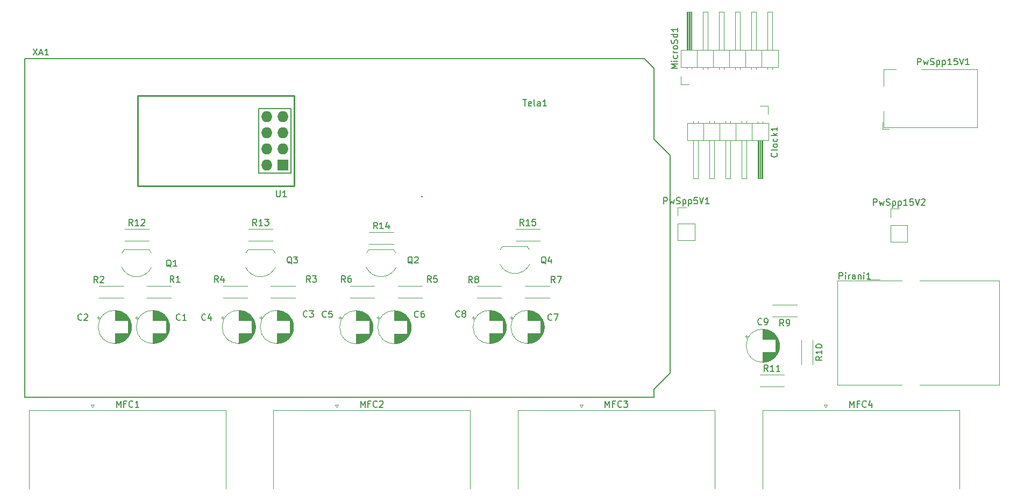
<source format=gbr>
%TF.GenerationSoftware,KiCad,Pcbnew,(6.0.4)*%
%TF.CreationDate,2022-06-07T23:10:36-03:00*%
%TF.ProjectId,TCC_Flow,5443435f-466c-46f7-972e-6b696361645f,rev?*%
%TF.SameCoordinates,Original*%
%TF.FileFunction,Legend,Top*%
%TF.FilePolarity,Positive*%
%FSLAX46Y46*%
G04 Gerber Fmt 4.6, Leading zero omitted, Abs format (unit mm)*
G04 Created by KiCad (PCBNEW (6.0.4)) date 2022-06-07 23:10:36*
%MOMM*%
%LPD*%
G01*
G04 APERTURE LIST*
%ADD10C,0.150000*%
%ADD11C,0.120000*%
%ADD12C,0.152400*%
%ADD13C,0.254000*%
%ADD14R,1.727200X1.727200*%
%ADD15O,1.727200X1.727200*%
G04 APERTURE END LIST*
D10*
%TO.C,R13*%
X69857142Y-55032380D02*
X69523809Y-54556190D01*
X69285714Y-55032380D02*
X69285714Y-54032380D01*
X69666666Y-54032380D01*
X69761904Y-54080000D01*
X69809523Y-54127619D01*
X69857142Y-54222857D01*
X69857142Y-54365714D01*
X69809523Y-54460952D01*
X69761904Y-54508571D01*
X69666666Y-54556190D01*
X69285714Y-54556190D01*
X70809523Y-55032380D02*
X70238095Y-55032380D01*
X70523809Y-55032380D02*
X70523809Y-54032380D01*
X70428571Y-54175238D01*
X70333333Y-54270476D01*
X70238095Y-54318095D01*
X71142857Y-54032380D02*
X71761904Y-54032380D01*
X71428571Y-54413333D01*
X71571428Y-54413333D01*
X71666666Y-54460952D01*
X71714285Y-54508571D01*
X71761904Y-54603809D01*
X71761904Y-54841904D01*
X71714285Y-54937142D01*
X71666666Y-54984761D01*
X71571428Y-55032380D01*
X71285714Y-55032380D01*
X71190476Y-54984761D01*
X71142857Y-54937142D01*
%TO.C,R8*%
X103833333Y-64032380D02*
X103500000Y-63556190D01*
X103261904Y-64032380D02*
X103261904Y-63032380D01*
X103642857Y-63032380D01*
X103738095Y-63080000D01*
X103785714Y-63127619D01*
X103833333Y-63222857D01*
X103833333Y-63365714D01*
X103785714Y-63460952D01*
X103738095Y-63508571D01*
X103642857Y-63556190D01*
X103261904Y-63556190D01*
X104404761Y-63460952D02*
X104309523Y-63413333D01*
X104261904Y-63365714D01*
X104214285Y-63270476D01*
X104214285Y-63222857D01*
X104261904Y-63127619D01*
X104309523Y-63080000D01*
X104404761Y-63032380D01*
X104595238Y-63032380D01*
X104690476Y-63080000D01*
X104738095Y-63127619D01*
X104785714Y-63222857D01*
X104785714Y-63270476D01*
X104738095Y-63365714D01*
X104690476Y-63413333D01*
X104595238Y-63460952D01*
X104404761Y-63460952D01*
X104309523Y-63508571D01*
X104261904Y-63556190D01*
X104214285Y-63651428D01*
X104214285Y-63841904D01*
X104261904Y-63937142D01*
X104309523Y-63984761D01*
X104404761Y-64032380D01*
X104595238Y-64032380D01*
X104690476Y-63984761D01*
X104738095Y-63937142D01*
X104785714Y-63841904D01*
X104785714Y-63651428D01*
X104738095Y-63556190D01*
X104690476Y-63508571D01*
X104595238Y-63460952D01*
%TO.C,R1*%
X56833333Y-63952380D02*
X56500000Y-63476190D01*
X56261904Y-63952380D02*
X56261904Y-62952380D01*
X56642857Y-62952380D01*
X56738095Y-63000000D01*
X56785714Y-63047619D01*
X56833333Y-63142857D01*
X56833333Y-63285714D01*
X56785714Y-63380952D01*
X56738095Y-63428571D01*
X56642857Y-63476190D01*
X56261904Y-63476190D01*
X57785714Y-63952380D02*
X57214285Y-63952380D01*
X57500000Y-63952380D02*
X57500000Y-62952380D01*
X57404761Y-63095238D01*
X57309523Y-63190476D01*
X57214285Y-63238095D01*
%TO.C,R4*%
X63833333Y-63952380D02*
X63500000Y-63476190D01*
X63261904Y-63952380D02*
X63261904Y-62952380D01*
X63642857Y-62952380D01*
X63738095Y-63000000D01*
X63785714Y-63047619D01*
X63833333Y-63142857D01*
X63833333Y-63285714D01*
X63785714Y-63380952D01*
X63738095Y-63428571D01*
X63642857Y-63476190D01*
X63261904Y-63476190D01*
X64690476Y-63285714D02*
X64690476Y-63952380D01*
X64452380Y-62904761D02*
X64214285Y-63619047D01*
X64833333Y-63619047D01*
%TO.C,PwSpp15V2*%
X166976190Y-51847380D02*
X166976190Y-50847380D01*
X167357142Y-50847380D01*
X167452380Y-50895000D01*
X167500000Y-50942619D01*
X167547619Y-51037857D01*
X167547619Y-51180714D01*
X167500000Y-51275952D01*
X167452380Y-51323571D01*
X167357142Y-51371190D01*
X166976190Y-51371190D01*
X167880952Y-51180714D02*
X168071428Y-51847380D01*
X168261904Y-51371190D01*
X168452380Y-51847380D01*
X168642857Y-51180714D01*
X168976190Y-51799761D02*
X169119047Y-51847380D01*
X169357142Y-51847380D01*
X169452380Y-51799761D01*
X169500000Y-51752142D01*
X169547619Y-51656904D01*
X169547619Y-51561666D01*
X169500000Y-51466428D01*
X169452380Y-51418809D01*
X169357142Y-51371190D01*
X169166666Y-51323571D01*
X169071428Y-51275952D01*
X169023809Y-51228333D01*
X168976190Y-51133095D01*
X168976190Y-51037857D01*
X169023809Y-50942619D01*
X169071428Y-50895000D01*
X169166666Y-50847380D01*
X169404761Y-50847380D01*
X169547619Y-50895000D01*
X169976190Y-51180714D02*
X169976190Y-52180714D01*
X169976190Y-51228333D02*
X170071428Y-51180714D01*
X170261904Y-51180714D01*
X170357142Y-51228333D01*
X170404761Y-51275952D01*
X170452380Y-51371190D01*
X170452380Y-51656904D01*
X170404761Y-51752142D01*
X170357142Y-51799761D01*
X170261904Y-51847380D01*
X170071428Y-51847380D01*
X169976190Y-51799761D01*
X170880952Y-51180714D02*
X170880952Y-52180714D01*
X170880952Y-51228333D02*
X170976190Y-51180714D01*
X171166666Y-51180714D01*
X171261904Y-51228333D01*
X171309523Y-51275952D01*
X171357142Y-51371190D01*
X171357142Y-51656904D01*
X171309523Y-51752142D01*
X171261904Y-51799761D01*
X171166666Y-51847380D01*
X170976190Y-51847380D01*
X170880952Y-51799761D01*
X172309523Y-51847380D02*
X171738095Y-51847380D01*
X172023809Y-51847380D02*
X172023809Y-50847380D01*
X171928571Y-50990238D01*
X171833333Y-51085476D01*
X171738095Y-51133095D01*
X173214285Y-50847380D02*
X172738095Y-50847380D01*
X172690476Y-51323571D01*
X172738095Y-51275952D01*
X172833333Y-51228333D01*
X173071428Y-51228333D01*
X173166666Y-51275952D01*
X173214285Y-51323571D01*
X173261904Y-51418809D01*
X173261904Y-51656904D01*
X173214285Y-51752142D01*
X173166666Y-51799761D01*
X173071428Y-51847380D01*
X172833333Y-51847380D01*
X172738095Y-51799761D01*
X172690476Y-51752142D01*
X173547619Y-50847380D02*
X173880952Y-51847380D01*
X174214285Y-50847380D01*
X174500000Y-50942619D02*
X174547619Y-50895000D01*
X174642857Y-50847380D01*
X174880952Y-50847380D01*
X174976190Y-50895000D01*
X175023809Y-50942619D01*
X175071428Y-51037857D01*
X175071428Y-51133095D01*
X175023809Y-51275952D01*
X174452380Y-51847380D01*
X175071428Y-51847380D01*
%TO.C,Q2*%
X94404761Y-61047619D02*
X94309523Y-61000000D01*
X94214285Y-60904761D01*
X94071428Y-60761904D01*
X93976190Y-60714285D01*
X93880952Y-60714285D01*
X93928571Y-60952380D02*
X93833333Y-60904761D01*
X93738095Y-60809523D01*
X93690476Y-60619047D01*
X93690476Y-60285714D01*
X93738095Y-60095238D01*
X93833333Y-60000000D01*
X93928571Y-59952380D01*
X94119047Y-59952380D01*
X94214285Y-60000000D01*
X94309523Y-60095238D01*
X94357142Y-60285714D01*
X94357142Y-60619047D01*
X94309523Y-60809523D01*
X94214285Y-60904761D01*
X94119047Y-60952380D01*
X93928571Y-60952380D01*
X94738095Y-60047619D02*
X94785714Y-60000000D01*
X94880952Y-59952380D01*
X95119047Y-59952380D01*
X95214285Y-60000000D01*
X95261904Y-60047619D01*
X95309523Y-60142857D01*
X95309523Y-60238095D01*
X95261904Y-60380952D01*
X94690476Y-60952380D01*
X95309523Y-60952380D01*
%TO.C,R10*%
X158872380Y-75642857D02*
X158396190Y-75976190D01*
X158872380Y-76214285D02*
X157872380Y-76214285D01*
X157872380Y-75833333D01*
X157920000Y-75738095D01*
X157967619Y-75690476D01*
X158062857Y-75642857D01*
X158205714Y-75642857D01*
X158300952Y-75690476D01*
X158348571Y-75738095D01*
X158396190Y-75833333D01*
X158396190Y-76214285D01*
X158872380Y-74690476D02*
X158872380Y-75261904D01*
X158872380Y-74976190D02*
X157872380Y-74976190D01*
X158015238Y-75071428D01*
X158110476Y-75166666D01*
X158158095Y-75261904D01*
X157872380Y-74071428D02*
X157872380Y-73976190D01*
X157920000Y-73880952D01*
X157967619Y-73833333D01*
X158062857Y-73785714D01*
X158253333Y-73738095D01*
X158491428Y-73738095D01*
X158681904Y-73785714D01*
X158777142Y-73833333D01*
X158824761Y-73880952D01*
X158872380Y-73976190D01*
X158872380Y-74071428D01*
X158824761Y-74166666D01*
X158777142Y-74214285D01*
X158681904Y-74261904D01*
X158491428Y-74309523D01*
X158253333Y-74309523D01*
X158062857Y-74261904D01*
X157967619Y-74214285D01*
X157920000Y-74166666D01*
X157872380Y-74071428D01*
%TO.C,R11*%
X150357142Y-77992380D02*
X150023809Y-77516190D01*
X149785714Y-77992380D02*
X149785714Y-76992380D01*
X150166666Y-76992380D01*
X150261904Y-77040000D01*
X150309523Y-77087619D01*
X150357142Y-77182857D01*
X150357142Y-77325714D01*
X150309523Y-77420952D01*
X150261904Y-77468571D01*
X150166666Y-77516190D01*
X149785714Y-77516190D01*
X151309523Y-77992380D02*
X150738095Y-77992380D01*
X151023809Y-77992380D02*
X151023809Y-76992380D01*
X150928571Y-77135238D01*
X150833333Y-77230476D01*
X150738095Y-77278095D01*
X152261904Y-77992380D02*
X151690476Y-77992380D01*
X151976190Y-77992380D02*
X151976190Y-76992380D01*
X151880952Y-77135238D01*
X151785714Y-77230476D01*
X151690476Y-77278095D01*
%TO.C,R12*%
X50357142Y-55032380D02*
X50023809Y-54556190D01*
X49785714Y-55032380D02*
X49785714Y-54032380D01*
X50166666Y-54032380D01*
X50261904Y-54080000D01*
X50309523Y-54127619D01*
X50357142Y-54222857D01*
X50357142Y-54365714D01*
X50309523Y-54460952D01*
X50261904Y-54508571D01*
X50166666Y-54556190D01*
X49785714Y-54556190D01*
X51309523Y-55032380D02*
X50738095Y-55032380D01*
X51023809Y-55032380D02*
X51023809Y-54032380D01*
X50928571Y-54175238D01*
X50833333Y-54270476D01*
X50738095Y-54318095D01*
X51690476Y-54127619D02*
X51738095Y-54080000D01*
X51833333Y-54032380D01*
X52071428Y-54032380D01*
X52166666Y-54080000D01*
X52214285Y-54127619D01*
X52261904Y-54222857D01*
X52261904Y-54318095D01*
X52214285Y-54460952D01*
X51642857Y-55032380D01*
X52261904Y-55032380D01*
%TO.C,R6*%
X83833333Y-63952380D02*
X83500000Y-63476190D01*
X83261904Y-63952380D02*
X83261904Y-62952380D01*
X83642857Y-62952380D01*
X83738095Y-63000000D01*
X83785714Y-63047619D01*
X83833333Y-63142857D01*
X83833333Y-63285714D01*
X83785714Y-63380952D01*
X83738095Y-63428571D01*
X83642857Y-63476190D01*
X83261904Y-63476190D01*
X84690476Y-62952380D02*
X84500000Y-62952380D01*
X84404761Y-63000000D01*
X84357142Y-63047619D01*
X84261904Y-63190476D01*
X84214285Y-63380952D01*
X84214285Y-63761904D01*
X84261904Y-63857142D01*
X84309523Y-63904761D01*
X84404761Y-63952380D01*
X84595238Y-63952380D01*
X84690476Y-63904761D01*
X84738095Y-63857142D01*
X84785714Y-63761904D01*
X84785714Y-63523809D01*
X84738095Y-63428571D01*
X84690476Y-63380952D01*
X84595238Y-63333333D01*
X84404761Y-63333333D01*
X84309523Y-63380952D01*
X84261904Y-63428571D01*
X84214285Y-63523809D01*
%TO.C,C9*%
X149378233Y-70567142D02*
X149330614Y-70614761D01*
X149187757Y-70662380D01*
X149092519Y-70662380D01*
X148949661Y-70614761D01*
X148854423Y-70519523D01*
X148806804Y-70424285D01*
X148759185Y-70233809D01*
X148759185Y-70090952D01*
X148806804Y-69900476D01*
X148854423Y-69805238D01*
X148949661Y-69710000D01*
X149092519Y-69662380D01*
X149187757Y-69662380D01*
X149330614Y-69710000D01*
X149378233Y-69757619D01*
X149854423Y-70662380D02*
X150044900Y-70662380D01*
X150140138Y-70614761D01*
X150187757Y-70567142D01*
X150282995Y-70424285D01*
X150330614Y-70233809D01*
X150330614Y-69852857D01*
X150282995Y-69757619D01*
X150235376Y-69710000D01*
X150140138Y-69662380D01*
X149949661Y-69662380D01*
X149854423Y-69710000D01*
X149806804Y-69757619D01*
X149759185Y-69852857D01*
X149759185Y-70090952D01*
X149806804Y-70186190D01*
X149854423Y-70233809D01*
X149949661Y-70281428D01*
X150140138Y-70281428D01*
X150235376Y-70233809D01*
X150282995Y-70186190D01*
X150330614Y-70090952D01*
%TO.C,Clock1*%
X151747142Y-43599285D02*
X151794761Y-43646904D01*
X151842380Y-43789761D01*
X151842380Y-43885000D01*
X151794761Y-44027857D01*
X151699523Y-44123095D01*
X151604285Y-44170714D01*
X151413809Y-44218333D01*
X151270952Y-44218333D01*
X151080476Y-44170714D01*
X150985238Y-44123095D01*
X150890000Y-44027857D01*
X150842380Y-43885000D01*
X150842380Y-43789761D01*
X150890000Y-43646904D01*
X150937619Y-43599285D01*
X151842380Y-43027857D02*
X151794761Y-43123095D01*
X151699523Y-43170714D01*
X150842380Y-43170714D01*
X151842380Y-42504047D02*
X151794761Y-42599285D01*
X151747142Y-42646904D01*
X151651904Y-42694523D01*
X151366190Y-42694523D01*
X151270952Y-42646904D01*
X151223333Y-42599285D01*
X151175714Y-42504047D01*
X151175714Y-42361190D01*
X151223333Y-42265952D01*
X151270952Y-42218333D01*
X151366190Y-42170714D01*
X151651904Y-42170714D01*
X151747142Y-42218333D01*
X151794761Y-42265952D01*
X151842380Y-42361190D01*
X151842380Y-42504047D01*
X151794761Y-41313571D02*
X151842380Y-41408809D01*
X151842380Y-41599285D01*
X151794761Y-41694523D01*
X151747142Y-41742142D01*
X151651904Y-41789761D01*
X151366190Y-41789761D01*
X151270952Y-41742142D01*
X151223333Y-41694523D01*
X151175714Y-41599285D01*
X151175714Y-41408809D01*
X151223333Y-41313571D01*
X151842380Y-40885000D02*
X150842380Y-40885000D01*
X151461428Y-40789761D02*
X151842380Y-40504047D01*
X151175714Y-40504047D02*
X151556666Y-40885000D01*
X151842380Y-39551666D02*
X151842380Y-40123095D01*
X151842380Y-39837380D02*
X150842380Y-39837380D01*
X150985238Y-39932619D01*
X151080476Y-40027857D01*
X151128095Y-40123095D01*
%TO.C,C2*%
X42333345Y-69857142D02*
X42285726Y-69904761D01*
X42142869Y-69952380D01*
X42047631Y-69952380D01*
X41904773Y-69904761D01*
X41809535Y-69809523D01*
X41761916Y-69714285D01*
X41714297Y-69523809D01*
X41714297Y-69380952D01*
X41761916Y-69190476D01*
X41809535Y-69095238D01*
X41904773Y-69000000D01*
X42047631Y-68952380D01*
X42142869Y-68952380D01*
X42285726Y-69000000D01*
X42333345Y-69047619D01*
X42714297Y-69047619D02*
X42761916Y-69000000D01*
X42857154Y-68952380D01*
X43095250Y-68952380D01*
X43190488Y-69000000D01*
X43238107Y-69047619D01*
X43285726Y-69142857D01*
X43285726Y-69238095D01*
X43238107Y-69380952D01*
X42666678Y-69952380D01*
X43285726Y-69952380D01*
%TO.C,XA1*%
X34676904Y-27178880D02*
X35343571Y-28178880D01*
X35343571Y-27178880D02*
X34676904Y-28178880D01*
X35676904Y-27893166D02*
X36153095Y-27893166D01*
X35581666Y-28178880D02*
X35915000Y-27178880D01*
X36248333Y-28178880D01*
X37105476Y-28178880D02*
X36534047Y-28178880D01*
X36819761Y-28178880D02*
X36819761Y-27178880D01*
X36724523Y-27321738D01*
X36629285Y-27416976D01*
X36534047Y-27464595D01*
X95859000Y-50435642D02*
X95906619Y-50483261D01*
X95859000Y-50530880D01*
X95811380Y-50483261D01*
X95859000Y-50435642D01*
X95859000Y-50530880D01*
%TO.C,MFC2*%
X86251904Y-83652380D02*
X86251904Y-82652380D01*
X86585238Y-83366666D01*
X86918571Y-82652380D01*
X86918571Y-83652380D01*
X87728095Y-83128571D02*
X87394761Y-83128571D01*
X87394761Y-83652380D02*
X87394761Y-82652380D01*
X87870952Y-82652380D01*
X88823333Y-83557142D02*
X88775714Y-83604761D01*
X88632857Y-83652380D01*
X88537619Y-83652380D01*
X88394761Y-83604761D01*
X88299523Y-83509523D01*
X88251904Y-83414285D01*
X88204285Y-83223809D01*
X88204285Y-83080952D01*
X88251904Y-82890476D01*
X88299523Y-82795238D01*
X88394761Y-82700000D01*
X88537619Y-82652380D01*
X88632857Y-82652380D01*
X88775714Y-82700000D01*
X88823333Y-82747619D01*
X89204285Y-82747619D02*
X89251904Y-82700000D01*
X89347142Y-82652380D01*
X89585238Y-82652380D01*
X89680476Y-82700000D01*
X89728095Y-82747619D01*
X89775714Y-82842857D01*
X89775714Y-82938095D01*
X89728095Y-83080952D01*
X89156666Y-83652380D01*
X89775714Y-83652380D01*
%TO.C,R15*%
X111897142Y-55032380D02*
X111563809Y-54556190D01*
X111325714Y-55032380D02*
X111325714Y-54032380D01*
X111706666Y-54032380D01*
X111801904Y-54080000D01*
X111849523Y-54127619D01*
X111897142Y-54222857D01*
X111897142Y-54365714D01*
X111849523Y-54460952D01*
X111801904Y-54508571D01*
X111706666Y-54556190D01*
X111325714Y-54556190D01*
X112849523Y-55032380D02*
X112278095Y-55032380D01*
X112563809Y-55032380D02*
X112563809Y-54032380D01*
X112468571Y-54175238D01*
X112373333Y-54270476D01*
X112278095Y-54318095D01*
X113754285Y-54032380D02*
X113278095Y-54032380D01*
X113230476Y-54508571D01*
X113278095Y-54460952D01*
X113373333Y-54413333D01*
X113611428Y-54413333D01*
X113706666Y-54460952D01*
X113754285Y-54508571D01*
X113801904Y-54603809D01*
X113801904Y-54841904D01*
X113754285Y-54937142D01*
X113706666Y-54984761D01*
X113611428Y-55032380D01*
X113373333Y-55032380D01*
X113278095Y-54984761D01*
X113230476Y-54937142D01*
%TO.C,MFC3*%
X124751904Y-83652380D02*
X124751904Y-82652380D01*
X125085238Y-83366666D01*
X125418571Y-82652380D01*
X125418571Y-83652380D01*
X126228095Y-83128571D02*
X125894761Y-83128571D01*
X125894761Y-83652380D02*
X125894761Y-82652380D01*
X126370952Y-82652380D01*
X127323333Y-83557142D02*
X127275714Y-83604761D01*
X127132857Y-83652380D01*
X127037619Y-83652380D01*
X126894761Y-83604761D01*
X126799523Y-83509523D01*
X126751904Y-83414285D01*
X126704285Y-83223809D01*
X126704285Y-83080952D01*
X126751904Y-82890476D01*
X126799523Y-82795238D01*
X126894761Y-82700000D01*
X127037619Y-82652380D01*
X127132857Y-82652380D01*
X127275714Y-82700000D01*
X127323333Y-82747619D01*
X127656666Y-82652380D02*
X128275714Y-82652380D01*
X127942380Y-83033333D01*
X128085238Y-83033333D01*
X128180476Y-83080952D01*
X128228095Y-83128571D01*
X128275714Y-83223809D01*
X128275714Y-83461904D01*
X128228095Y-83557142D01*
X128180476Y-83604761D01*
X128085238Y-83652380D01*
X127799523Y-83652380D01*
X127704285Y-83604761D01*
X127656666Y-83557142D01*
%TO.C,Pirani1*%
X161571428Y-63452380D02*
X161571428Y-62452380D01*
X161952380Y-62452380D01*
X162047619Y-62500000D01*
X162095238Y-62547619D01*
X162142857Y-62642857D01*
X162142857Y-62785714D01*
X162095238Y-62880952D01*
X162047619Y-62928571D01*
X161952380Y-62976190D01*
X161571428Y-62976190D01*
X162571428Y-63452380D02*
X162571428Y-62785714D01*
X162571428Y-62452380D02*
X162523809Y-62500000D01*
X162571428Y-62547619D01*
X162619047Y-62500000D01*
X162571428Y-62452380D01*
X162571428Y-62547619D01*
X163047619Y-63452380D02*
X163047619Y-62785714D01*
X163047619Y-62976190D02*
X163095238Y-62880952D01*
X163142857Y-62833333D01*
X163238095Y-62785714D01*
X163333333Y-62785714D01*
X164095238Y-63452380D02*
X164095238Y-62928571D01*
X164047619Y-62833333D01*
X163952380Y-62785714D01*
X163761904Y-62785714D01*
X163666666Y-62833333D01*
X164095238Y-63404761D02*
X164000000Y-63452380D01*
X163761904Y-63452380D01*
X163666666Y-63404761D01*
X163619047Y-63309523D01*
X163619047Y-63214285D01*
X163666666Y-63119047D01*
X163761904Y-63071428D01*
X164000000Y-63071428D01*
X164095238Y-63023809D01*
X164571428Y-62785714D02*
X164571428Y-63452380D01*
X164571428Y-62880952D02*
X164619047Y-62833333D01*
X164714285Y-62785714D01*
X164857142Y-62785714D01*
X164952380Y-62833333D01*
X165000000Y-62928571D01*
X165000000Y-63452380D01*
X165476190Y-63452380D02*
X165476190Y-62785714D01*
X165476190Y-62452380D02*
X165428571Y-62500000D01*
X165476190Y-62547619D01*
X165523809Y-62500000D01*
X165476190Y-62452380D01*
X165476190Y-62547619D01*
X166476190Y-63452380D02*
X165904761Y-63452380D01*
X166190476Y-63452380D02*
X166190476Y-62452380D01*
X166095238Y-62595238D01*
X166000000Y-62690476D01*
X165904761Y-62738095D01*
%TO.C,Tela1*%
X111795238Y-35202380D02*
X112366666Y-35202380D01*
X112080952Y-36202380D02*
X112080952Y-35202380D01*
X113080952Y-36154761D02*
X112985714Y-36202380D01*
X112795238Y-36202380D01*
X112700000Y-36154761D01*
X112652380Y-36059523D01*
X112652380Y-35678571D01*
X112700000Y-35583333D01*
X112795238Y-35535714D01*
X112985714Y-35535714D01*
X113080952Y-35583333D01*
X113128571Y-35678571D01*
X113128571Y-35773809D01*
X112652380Y-35869047D01*
X113700000Y-36202380D02*
X113604761Y-36154761D01*
X113557142Y-36059523D01*
X113557142Y-35202380D01*
X114509523Y-36202380D02*
X114509523Y-35678571D01*
X114461904Y-35583333D01*
X114366666Y-35535714D01*
X114176190Y-35535714D01*
X114080952Y-35583333D01*
X114509523Y-36154761D02*
X114414285Y-36202380D01*
X114176190Y-36202380D01*
X114080952Y-36154761D01*
X114033333Y-36059523D01*
X114033333Y-35964285D01*
X114080952Y-35869047D01*
X114176190Y-35821428D01*
X114414285Y-35821428D01*
X114509523Y-35773809D01*
X115509523Y-36202380D02*
X114938095Y-36202380D01*
X115223809Y-36202380D02*
X115223809Y-35202380D01*
X115128571Y-35345238D01*
X115033333Y-35440476D01*
X114938095Y-35488095D01*
%TO.C,R5*%
X97333333Y-63952380D02*
X97000000Y-63476190D01*
X96761904Y-63952380D02*
X96761904Y-62952380D01*
X97142857Y-62952380D01*
X97238095Y-63000000D01*
X97285714Y-63047619D01*
X97333333Y-63142857D01*
X97333333Y-63285714D01*
X97285714Y-63380952D01*
X97238095Y-63428571D01*
X97142857Y-63476190D01*
X96761904Y-63476190D01*
X98238095Y-62952380D02*
X97761904Y-62952380D01*
X97714285Y-63428571D01*
X97761904Y-63380952D01*
X97857142Y-63333333D01*
X98095238Y-63333333D01*
X98190476Y-63380952D01*
X98238095Y-63428571D01*
X98285714Y-63523809D01*
X98285714Y-63761904D01*
X98238095Y-63857142D01*
X98190476Y-63904761D01*
X98095238Y-63952380D01*
X97857142Y-63952380D01*
X97761904Y-63904761D01*
X97714285Y-63857142D01*
%TO.C,R9*%
X152833333Y-70832380D02*
X152500000Y-70356190D01*
X152261904Y-70832380D02*
X152261904Y-69832380D01*
X152642857Y-69832380D01*
X152738095Y-69880000D01*
X152785714Y-69927619D01*
X152833333Y-70022857D01*
X152833333Y-70165714D01*
X152785714Y-70260952D01*
X152738095Y-70308571D01*
X152642857Y-70356190D01*
X152261904Y-70356190D01*
X153309523Y-70832380D02*
X153500000Y-70832380D01*
X153595238Y-70784761D01*
X153642857Y-70737142D01*
X153738095Y-70594285D01*
X153785714Y-70403809D01*
X153785714Y-70022857D01*
X153738095Y-69927619D01*
X153690476Y-69880000D01*
X153595238Y-69832380D01*
X153404761Y-69832380D01*
X153309523Y-69880000D01*
X153261904Y-69927619D01*
X153214285Y-70022857D01*
X153214285Y-70260952D01*
X153261904Y-70356190D01*
X153309523Y-70403809D01*
X153404761Y-70451428D01*
X153595238Y-70451428D01*
X153690476Y-70403809D01*
X153738095Y-70356190D01*
X153785714Y-70260952D01*
%TO.C,C3*%
X77833345Y-69357142D02*
X77785726Y-69404761D01*
X77642869Y-69452380D01*
X77547631Y-69452380D01*
X77404773Y-69404761D01*
X77309535Y-69309523D01*
X77261916Y-69214285D01*
X77214297Y-69023809D01*
X77214297Y-68880952D01*
X77261916Y-68690476D01*
X77309535Y-68595238D01*
X77404773Y-68500000D01*
X77547631Y-68452380D01*
X77642869Y-68452380D01*
X77785726Y-68500000D01*
X77833345Y-68547619D01*
X78166678Y-68452380D02*
X78785726Y-68452380D01*
X78452392Y-68833333D01*
X78595250Y-68833333D01*
X78690488Y-68880952D01*
X78738107Y-68928571D01*
X78785726Y-69023809D01*
X78785726Y-69261904D01*
X78738107Y-69357142D01*
X78690488Y-69404761D01*
X78595250Y-69452380D01*
X78309535Y-69452380D01*
X78214297Y-69404761D01*
X78166678Y-69357142D01*
%TO.C,Q3*%
X75404761Y-61047619D02*
X75309523Y-61000000D01*
X75214285Y-60904761D01*
X75071428Y-60761904D01*
X74976190Y-60714285D01*
X74880952Y-60714285D01*
X74928571Y-60952380D02*
X74833333Y-60904761D01*
X74738095Y-60809523D01*
X74690476Y-60619047D01*
X74690476Y-60285714D01*
X74738095Y-60095238D01*
X74833333Y-60000000D01*
X74928571Y-59952380D01*
X75119047Y-59952380D01*
X75214285Y-60000000D01*
X75309523Y-60095238D01*
X75357142Y-60285714D01*
X75357142Y-60619047D01*
X75309523Y-60809523D01*
X75214285Y-60904761D01*
X75119047Y-60952380D01*
X74928571Y-60952380D01*
X75690476Y-59952380D02*
X76309523Y-59952380D01*
X75976190Y-60333333D01*
X76119047Y-60333333D01*
X76214285Y-60380952D01*
X76261904Y-60428571D01*
X76309523Y-60523809D01*
X76309523Y-60761904D01*
X76261904Y-60857142D01*
X76214285Y-60904761D01*
X76119047Y-60952380D01*
X75833333Y-60952380D01*
X75738095Y-60904761D01*
X75690476Y-60857142D01*
%TO.C,MFC1*%
X47801904Y-83652380D02*
X47801904Y-82652380D01*
X48135238Y-83366666D01*
X48468571Y-82652380D01*
X48468571Y-83652380D01*
X49278095Y-83128571D02*
X48944761Y-83128571D01*
X48944761Y-83652380D02*
X48944761Y-82652380D01*
X49420952Y-82652380D01*
X50373333Y-83557142D02*
X50325714Y-83604761D01*
X50182857Y-83652380D01*
X50087619Y-83652380D01*
X49944761Y-83604761D01*
X49849523Y-83509523D01*
X49801904Y-83414285D01*
X49754285Y-83223809D01*
X49754285Y-83080952D01*
X49801904Y-82890476D01*
X49849523Y-82795238D01*
X49944761Y-82700000D01*
X50087619Y-82652380D01*
X50182857Y-82652380D01*
X50325714Y-82700000D01*
X50373333Y-82747619D01*
X51325714Y-83652380D02*
X50754285Y-83652380D01*
X51040000Y-83652380D02*
X51040000Y-82652380D01*
X50944761Y-82795238D01*
X50849523Y-82890476D01*
X50754285Y-82938095D01*
%TO.C,Q1*%
X56404761Y-61547619D02*
X56309523Y-61500000D01*
X56214285Y-61404761D01*
X56071428Y-61261904D01*
X55976190Y-61214285D01*
X55880952Y-61214285D01*
X55928571Y-61452380D02*
X55833333Y-61404761D01*
X55738095Y-61309523D01*
X55690476Y-61119047D01*
X55690476Y-60785714D01*
X55738095Y-60595238D01*
X55833333Y-60500000D01*
X55928571Y-60452380D01*
X56119047Y-60452380D01*
X56214285Y-60500000D01*
X56309523Y-60595238D01*
X56357142Y-60785714D01*
X56357142Y-61119047D01*
X56309523Y-61309523D01*
X56214285Y-61404761D01*
X56119047Y-61452380D01*
X55928571Y-61452380D01*
X57309523Y-61452380D02*
X56738095Y-61452380D01*
X57023809Y-61452380D02*
X57023809Y-60452380D01*
X56928571Y-60595238D01*
X56833333Y-60690476D01*
X56738095Y-60738095D01*
%TO.C,Q4*%
X115404761Y-61047619D02*
X115309523Y-61000000D01*
X115214285Y-60904761D01*
X115071428Y-60761904D01*
X114976190Y-60714285D01*
X114880952Y-60714285D01*
X114928571Y-60952380D02*
X114833333Y-60904761D01*
X114738095Y-60809523D01*
X114690476Y-60619047D01*
X114690476Y-60285714D01*
X114738095Y-60095238D01*
X114833333Y-60000000D01*
X114928571Y-59952380D01*
X115119047Y-59952380D01*
X115214285Y-60000000D01*
X115309523Y-60095238D01*
X115357142Y-60285714D01*
X115357142Y-60619047D01*
X115309523Y-60809523D01*
X115214285Y-60904761D01*
X115119047Y-60952380D01*
X114928571Y-60952380D01*
X116214285Y-60285714D02*
X116214285Y-60952380D01*
X115976190Y-59904761D02*
X115738095Y-60619047D01*
X116357142Y-60619047D01*
%TO.C,R3*%
X78333333Y-63952380D02*
X78000000Y-63476190D01*
X77761904Y-63952380D02*
X77761904Y-62952380D01*
X78142857Y-62952380D01*
X78238095Y-63000000D01*
X78285714Y-63047619D01*
X78333333Y-63142857D01*
X78333333Y-63285714D01*
X78285714Y-63380952D01*
X78238095Y-63428571D01*
X78142857Y-63476190D01*
X77761904Y-63476190D01*
X78666666Y-62952380D02*
X79285714Y-62952380D01*
X78952380Y-63333333D01*
X79095238Y-63333333D01*
X79190476Y-63380952D01*
X79238095Y-63428571D01*
X79285714Y-63523809D01*
X79285714Y-63761904D01*
X79238095Y-63857142D01*
X79190476Y-63904761D01*
X79095238Y-63952380D01*
X78809523Y-63952380D01*
X78714285Y-63904761D01*
X78666666Y-63857142D01*
%TO.C,R14*%
X88857142Y-55532380D02*
X88523809Y-55056190D01*
X88285714Y-55532380D02*
X88285714Y-54532380D01*
X88666666Y-54532380D01*
X88761904Y-54580000D01*
X88809523Y-54627619D01*
X88857142Y-54722857D01*
X88857142Y-54865714D01*
X88809523Y-54960952D01*
X88761904Y-55008571D01*
X88666666Y-55056190D01*
X88285714Y-55056190D01*
X89809523Y-55532380D02*
X89238095Y-55532380D01*
X89523809Y-55532380D02*
X89523809Y-54532380D01*
X89428571Y-54675238D01*
X89333333Y-54770476D01*
X89238095Y-54818095D01*
X90666666Y-54865714D02*
X90666666Y-55532380D01*
X90428571Y-54484761D02*
X90190476Y-55199047D01*
X90809523Y-55199047D01*
%TO.C,R7*%
X116833333Y-64032380D02*
X116500000Y-63556190D01*
X116261904Y-64032380D02*
X116261904Y-63032380D01*
X116642857Y-63032380D01*
X116738095Y-63080000D01*
X116785714Y-63127619D01*
X116833333Y-63222857D01*
X116833333Y-63365714D01*
X116785714Y-63460952D01*
X116738095Y-63508571D01*
X116642857Y-63556190D01*
X116261904Y-63556190D01*
X117166666Y-63032380D02*
X117833333Y-63032380D01*
X117404761Y-64032380D01*
%TO.C,R2*%
X44833333Y-64032380D02*
X44500000Y-63556190D01*
X44261904Y-64032380D02*
X44261904Y-63032380D01*
X44642857Y-63032380D01*
X44738095Y-63080000D01*
X44785714Y-63127619D01*
X44833333Y-63222857D01*
X44833333Y-63365714D01*
X44785714Y-63460952D01*
X44738095Y-63508571D01*
X44642857Y-63556190D01*
X44261904Y-63556190D01*
X45214285Y-63127619D02*
X45261904Y-63080000D01*
X45357142Y-63032380D01*
X45595238Y-63032380D01*
X45690476Y-63080000D01*
X45738095Y-63127619D01*
X45785714Y-63222857D01*
X45785714Y-63318095D01*
X45738095Y-63460952D01*
X45166666Y-64032380D01*
X45785714Y-64032380D01*
%TO.C,MFC4*%
X163251904Y-83652380D02*
X163251904Y-82652380D01*
X163585238Y-83366666D01*
X163918571Y-82652380D01*
X163918571Y-83652380D01*
X164728095Y-83128571D02*
X164394761Y-83128571D01*
X164394761Y-83652380D02*
X164394761Y-82652380D01*
X164870952Y-82652380D01*
X165823333Y-83557142D02*
X165775714Y-83604761D01*
X165632857Y-83652380D01*
X165537619Y-83652380D01*
X165394761Y-83604761D01*
X165299523Y-83509523D01*
X165251904Y-83414285D01*
X165204285Y-83223809D01*
X165204285Y-83080952D01*
X165251904Y-82890476D01*
X165299523Y-82795238D01*
X165394761Y-82700000D01*
X165537619Y-82652380D01*
X165632857Y-82652380D01*
X165775714Y-82700000D01*
X165823333Y-82747619D01*
X166680476Y-82985714D02*
X166680476Y-83652380D01*
X166442380Y-82604761D02*
X166204285Y-83319047D01*
X166823333Y-83319047D01*
%TO.C,C8*%
X101833345Y-69357142D02*
X101785726Y-69404761D01*
X101642869Y-69452380D01*
X101547631Y-69452380D01*
X101404773Y-69404761D01*
X101309535Y-69309523D01*
X101261916Y-69214285D01*
X101214297Y-69023809D01*
X101214297Y-68880952D01*
X101261916Y-68690476D01*
X101309535Y-68595238D01*
X101404773Y-68500000D01*
X101547631Y-68452380D01*
X101642869Y-68452380D01*
X101785726Y-68500000D01*
X101833345Y-68547619D01*
X102404773Y-68880952D02*
X102309535Y-68833333D01*
X102261916Y-68785714D01*
X102214297Y-68690476D01*
X102214297Y-68642857D01*
X102261916Y-68547619D01*
X102309535Y-68500000D01*
X102404773Y-68452380D01*
X102595250Y-68452380D01*
X102690488Y-68500000D01*
X102738107Y-68547619D01*
X102785726Y-68642857D01*
X102785726Y-68690476D01*
X102738107Y-68785714D01*
X102690488Y-68833333D01*
X102595250Y-68880952D01*
X102404773Y-68880952D01*
X102309535Y-68928571D01*
X102261916Y-68976190D01*
X102214297Y-69071428D01*
X102214297Y-69261904D01*
X102261916Y-69357142D01*
X102309535Y-69404761D01*
X102404773Y-69452380D01*
X102595250Y-69452380D01*
X102690488Y-69404761D01*
X102738107Y-69357142D01*
X102785726Y-69261904D01*
X102785726Y-69071428D01*
X102738107Y-68976190D01*
X102690488Y-68928571D01*
X102595250Y-68880952D01*
%TO.C,PwSpp15V1*%
X173926190Y-29702380D02*
X173926190Y-28702380D01*
X174307142Y-28702380D01*
X174402380Y-28750000D01*
X174450000Y-28797619D01*
X174497619Y-28892857D01*
X174497619Y-29035714D01*
X174450000Y-29130952D01*
X174402380Y-29178571D01*
X174307142Y-29226190D01*
X173926190Y-29226190D01*
X174830952Y-29035714D02*
X175021428Y-29702380D01*
X175211904Y-29226190D01*
X175402380Y-29702380D01*
X175592857Y-29035714D01*
X175926190Y-29654761D02*
X176069047Y-29702380D01*
X176307142Y-29702380D01*
X176402380Y-29654761D01*
X176450000Y-29607142D01*
X176497619Y-29511904D01*
X176497619Y-29416666D01*
X176450000Y-29321428D01*
X176402380Y-29273809D01*
X176307142Y-29226190D01*
X176116666Y-29178571D01*
X176021428Y-29130952D01*
X175973809Y-29083333D01*
X175926190Y-28988095D01*
X175926190Y-28892857D01*
X175973809Y-28797619D01*
X176021428Y-28750000D01*
X176116666Y-28702380D01*
X176354761Y-28702380D01*
X176497619Y-28750000D01*
X176926190Y-29035714D02*
X176926190Y-30035714D01*
X176926190Y-29083333D02*
X177021428Y-29035714D01*
X177211904Y-29035714D01*
X177307142Y-29083333D01*
X177354761Y-29130952D01*
X177402380Y-29226190D01*
X177402380Y-29511904D01*
X177354761Y-29607142D01*
X177307142Y-29654761D01*
X177211904Y-29702380D01*
X177021428Y-29702380D01*
X176926190Y-29654761D01*
X177830952Y-29035714D02*
X177830952Y-30035714D01*
X177830952Y-29083333D02*
X177926190Y-29035714D01*
X178116666Y-29035714D01*
X178211904Y-29083333D01*
X178259523Y-29130952D01*
X178307142Y-29226190D01*
X178307142Y-29511904D01*
X178259523Y-29607142D01*
X178211904Y-29654761D01*
X178116666Y-29702380D01*
X177926190Y-29702380D01*
X177830952Y-29654761D01*
X179259523Y-29702380D02*
X178688095Y-29702380D01*
X178973809Y-29702380D02*
X178973809Y-28702380D01*
X178878571Y-28845238D01*
X178783333Y-28940476D01*
X178688095Y-28988095D01*
X180164285Y-28702380D02*
X179688095Y-28702380D01*
X179640476Y-29178571D01*
X179688095Y-29130952D01*
X179783333Y-29083333D01*
X180021428Y-29083333D01*
X180116666Y-29130952D01*
X180164285Y-29178571D01*
X180211904Y-29273809D01*
X180211904Y-29511904D01*
X180164285Y-29607142D01*
X180116666Y-29654761D01*
X180021428Y-29702380D01*
X179783333Y-29702380D01*
X179688095Y-29654761D01*
X179640476Y-29607142D01*
X180497619Y-28702380D02*
X180830952Y-29702380D01*
X181164285Y-28702380D01*
X182021428Y-29702380D02*
X181450000Y-29702380D01*
X181735714Y-29702380D02*
X181735714Y-28702380D01*
X181640476Y-28845238D01*
X181545238Y-28940476D01*
X181450000Y-28988095D01*
%TO.C,MicroSd1*%
X136142380Y-30281666D02*
X135142380Y-30281666D01*
X135856666Y-29948333D01*
X135142380Y-29615000D01*
X136142380Y-29615000D01*
X136142380Y-29138809D02*
X135475714Y-29138809D01*
X135142380Y-29138809D02*
X135190000Y-29186428D01*
X135237619Y-29138809D01*
X135190000Y-29091190D01*
X135142380Y-29138809D01*
X135237619Y-29138809D01*
X136094761Y-28234047D02*
X136142380Y-28329285D01*
X136142380Y-28519761D01*
X136094761Y-28615000D01*
X136047142Y-28662619D01*
X135951904Y-28710238D01*
X135666190Y-28710238D01*
X135570952Y-28662619D01*
X135523333Y-28615000D01*
X135475714Y-28519761D01*
X135475714Y-28329285D01*
X135523333Y-28234047D01*
X136142380Y-27805476D02*
X135475714Y-27805476D01*
X135666190Y-27805476D02*
X135570952Y-27757857D01*
X135523333Y-27710238D01*
X135475714Y-27615000D01*
X135475714Y-27519761D01*
X136142380Y-27043571D02*
X136094761Y-27138809D01*
X136047142Y-27186428D01*
X135951904Y-27234047D01*
X135666190Y-27234047D01*
X135570952Y-27186428D01*
X135523333Y-27138809D01*
X135475714Y-27043571D01*
X135475714Y-26900714D01*
X135523333Y-26805476D01*
X135570952Y-26757857D01*
X135666190Y-26710238D01*
X135951904Y-26710238D01*
X136047142Y-26757857D01*
X136094761Y-26805476D01*
X136142380Y-26900714D01*
X136142380Y-27043571D01*
X136094761Y-26329285D02*
X136142380Y-26186428D01*
X136142380Y-25948333D01*
X136094761Y-25853095D01*
X136047142Y-25805476D01*
X135951904Y-25757857D01*
X135856666Y-25757857D01*
X135761428Y-25805476D01*
X135713809Y-25853095D01*
X135666190Y-25948333D01*
X135618571Y-26138809D01*
X135570952Y-26234047D01*
X135523333Y-26281666D01*
X135428095Y-26329285D01*
X135332857Y-26329285D01*
X135237619Y-26281666D01*
X135190000Y-26234047D01*
X135142380Y-26138809D01*
X135142380Y-25900714D01*
X135190000Y-25757857D01*
X136142380Y-24900714D02*
X135142380Y-24900714D01*
X136094761Y-24900714D02*
X136142380Y-24995952D01*
X136142380Y-25186428D01*
X136094761Y-25281666D01*
X136047142Y-25329285D01*
X135951904Y-25376904D01*
X135666190Y-25376904D01*
X135570952Y-25329285D01*
X135523333Y-25281666D01*
X135475714Y-25186428D01*
X135475714Y-24995952D01*
X135523333Y-24900714D01*
X136142380Y-23900714D02*
X136142380Y-24472142D01*
X136142380Y-24186428D02*
X135142380Y-24186428D01*
X135285238Y-24281666D01*
X135380476Y-24376904D01*
X135428095Y-24472142D01*
%TO.C,C7*%
X116333333Y-69857142D02*
X116285714Y-69904761D01*
X116142857Y-69952380D01*
X116047619Y-69952380D01*
X115904761Y-69904761D01*
X115809523Y-69809523D01*
X115761904Y-69714285D01*
X115714285Y-69523809D01*
X115714285Y-69380952D01*
X115761904Y-69190476D01*
X115809523Y-69095238D01*
X115904761Y-69000000D01*
X116047619Y-68952380D01*
X116142857Y-68952380D01*
X116285714Y-69000000D01*
X116333333Y-69047619D01*
X116666666Y-68952380D02*
X117333333Y-68952380D01*
X116904761Y-69952380D01*
%TO.C,U1*%
X72984095Y-49524380D02*
X72984095Y-50333904D01*
X73031714Y-50429142D01*
X73079333Y-50476761D01*
X73174571Y-50524380D01*
X73365047Y-50524380D01*
X73460285Y-50476761D01*
X73507904Y-50429142D01*
X73555523Y-50333904D01*
X73555523Y-49524380D01*
X74555523Y-50524380D02*
X73984095Y-50524380D01*
X74269809Y-50524380D02*
X74269809Y-49524380D01*
X74174571Y-49667238D01*
X74079333Y-49762476D01*
X73984095Y-49810095D01*
%TO.C,C6*%
X95333345Y-69397142D02*
X95285726Y-69444761D01*
X95142869Y-69492380D01*
X95047631Y-69492380D01*
X94904773Y-69444761D01*
X94809535Y-69349523D01*
X94761916Y-69254285D01*
X94714297Y-69063809D01*
X94714297Y-68920952D01*
X94761916Y-68730476D01*
X94809535Y-68635238D01*
X94904773Y-68540000D01*
X95047631Y-68492380D01*
X95142869Y-68492380D01*
X95285726Y-68540000D01*
X95333345Y-68587619D01*
X96190488Y-68492380D02*
X96000012Y-68492380D01*
X95904773Y-68540000D01*
X95857154Y-68587619D01*
X95761916Y-68730476D01*
X95714297Y-68920952D01*
X95714297Y-69301904D01*
X95761916Y-69397142D01*
X95809535Y-69444761D01*
X95904773Y-69492380D01*
X96095250Y-69492380D01*
X96190488Y-69444761D01*
X96238107Y-69397142D01*
X96285726Y-69301904D01*
X96285726Y-69063809D01*
X96238107Y-68968571D01*
X96190488Y-68920952D01*
X96095250Y-68873333D01*
X95904773Y-68873333D01*
X95809535Y-68920952D01*
X95761916Y-68968571D01*
X95714297Y-69063809D01*
%TO.C,C1*%
X57833345Y-69857142D02*
X57785726Y-69904761D01*
X57642869Y-69952380D01*
X57547631Y-69952380D01*
X57404773Y-69904761D01*
X57309535Y-69809523D01*
X57261916Y-69714285D01*
X57214297Y-69523809D01*
X57214297Y-69380952D01*
X57261916Y-69190476D01*
X57309535Y-69095238D01*
X57404773Y-69000000D01*
X57547631Y-68952380D01*
X57642869Y-68952380D01*
X57785726Y-69000000D01*
X57833345Y-69047619D01*
X58785726Y-69952380D02*
X58214297Y-69952380D01*
X58500012Y-69952380D02*
X58500012Y-68952380D01*
X58404773Y-69095238D01*
X58309535Y-69190476D01*
X58214297Y-69238095D01*
%TO.C,C4*%
X61833345Y-69857142D02*
X61785726Y-69904761D01*
X61642869Y-69952380D01*
X61547631Y-69952380D01*
X61404773Y-69904761D01*
X61309535Y-69809523D01*
X61261916Y-69714285D01*
X61214297Y-69523809D01*
X61214297Y-69380952D01*
X61261916Y-69190476D01*
X61309535Y-69095238D01*
X61404773Y-69000000D01*
X61547631Y-68952380D01*
X61642869Y-68952380D01*
X61785726Y-69000000D01*
X61833345Y-69047619D01*
X62690488Y-69285714D02*
X62690488Y-69952380D01*
X62452392Y-68904761D02*
X62214297Y-69619047D01*
X62833345Y-69619047D01*
%TO.C,C5*%
X80833345Y-69397142D02*
X80785726Y-69444761D01*
X80642869Y-69492380D01*
X80547631Y-69492380D01*
X80404773Y-69444761D01*
X80309535Y-69349523D01*
X80261916Y-69254285D01*
X80214297Y-69063809D01*
X80214297Y-68920952D01*
X80261916Y-68730476D01*
X80309535Y-68635238D01*
X80404773Y-68540000D01*
X80547631Y-68492380D01*
X80642869Y-68492380D01*
X80785726Y-68540000D01*
X80833345Y-68587619D01*
X81738107Y-68492380D02*
X81261916Y-68492380D01*
X81214297Y-68968571D01*
X81261916Y-68920952D01*
X81357154Y-68873333D01*
X81595250Y-68873333D01*
X81690488Y-68920952D01*
X81738107Y-68968571D01*
X81785726Y-69063809D01*
X81785726Y-69301904D01*
X81738107Y-69397142D01*
X81690488Y-69444761D01*
X81595250Y-69492380D01*
X81357154Y-69492380D01*
X81261916Y-69444761D01*
X81214297Y-69397142D01*
%TO.C,PwSpp5V1*%
X133952380Y-51622380D02*
X133952380Y-50622380D01*
X134333333Y-50622380D01*
X134428571Y-50670000D01*
X134476190Y-50717619D01*
X134523809Y-50812857D01*
X134523809Y-50955714D01*
X134476190Y-51050952D01*
X134428571Y-51098571D01*
X134333333Y-51146190D01*
X133952380Y-51146190D01*
X134857142Y-50955714D02*
X135047619Y-51622380D01*
X135238095Y-51146190D01*
X135428571Y-51622380D01*
X135619047Y-50955714D01*
X135952380Y-51574761D02*
X136095238Y-51622380D01*
X136333333Y-51622380D01*
X136428571Y-51574761D01*
X136476190Y-51527142D01*
X136523809Y-51431904D01*
X136523809Y-51336666D01*
X136476190Y-51241428D01*
X136428571Y-51193809D01*
X136333333Y-51146190D01*
X136142857Y-51098571D01*
X136047619Y-51050952D01*
X136000000Y-51003333D01*
X135952380Y-50908095D01*
X135952380Y-50812857D01*
X136000000Y-50717619D01*
X136047619Y-50670000D01*
X136142857Y-50622380D01*
X136380952Y-50622380D01*
X136523809Y-50670000D01*
X136952380Y-50955714D02*
X136952380Y-51955714D01*
X136952380Y-51003333D02*
X137047619Y-50955714D01*
X137238095Y-50955714D01*
X137333333Y-51003333D01*
X137380952Y-51050952D01*
X137428571Y-51146190D01*
X137428571Y-51431904D01*
X137380952Y-51527142D01*
X137333333Y-51574761D01*
X137238095Y-51622380D01*
X137047619Y-51622380D01*
X136952380Y-51574761D01*
X137857142Y-50955714D02*
X137857142Y-51955714D01*
X137857142Y-51003333D02*
X137952380Y-50955714D01*
X138142857Y-50955714D01*
X138238095Y-51003333D01*
X138285714Y-51050952D01*
X138333333Y-51146190D01*
X138333333Y-51431904D01*
X138285714Y-51527142D01*
X138238095Y-51574761D01*
X138142857Y-51622380D01*
X137952380Y-51622380D01*
X137857142Y-51574761D01*
X139238095Y-50622380D02*
X138761904Y-50622380D01*
X138714285Y-51098571D01*
X138761904Y-51050952D01*
X138857142Y-51003333D01*
X139095238Y-51003333D01*
X139190476Y-51050952D01*
X139238095Y-51098571D01*
X139285714Y-51193809D01*
X139285714Y-51431904D01*
X139238095Y-51527142D01*
X139190476Y-51574761D01*
X139095238Y-51622380D01*
X138857142Y-51622380D01*
X138761904Y-51574761D01*
X138714285Y-51527142D01*
X139571428Y-50622380D02*
X139904761Y-51622380D01*
X140238095Y-50622380D01*
X141095238Y-51622380D02*
X140523809Y-51622380D01*
X140809523Y-51622380D02*
X140809523Y-50622380D01*
X140714285Y-50765238D01*
X140619047Y-50860476D01*
X140523809Y-50908095D01*
D11*
%TO.C,R13*%
X68580000Y-55580000D02*
X72420000Y-55580000D01*
X68580000Y-57420000D02*
X72420000Y-57420000D01*
%TO.C,R8*%
X104540000Y-66420000D02*
X108380000Y-66420000D01*
X104540000Y-64580000D02*
X108380000Y-64580000D01*
%TO.C,R1*%
X52580000Y-66420000D02*
X56420000Y-66420000D01*
X52580000Y-64580000D02*
X56420000Y-64580000D01*
%TO.C,R4*%
X64580000Y-66420000D02*
X68420000Y-66420000D01*
X64580000Y-64580000D02*
X68420000Y-64580000D01*
%TO.C,PwSpp15V2*%
X169670000Y-54995000D02*
X172330000Y-54995000D01*
X169670000Y-52395000D02*
X171000000Y-52395000D01*
X172330000Y-54995000D02*
X172330000Y-57595000D01*
X169670000Y-53725000D02*
X169670000Y-52395000D01*
X169670000Y-57595000D02*
X172330000Y-57595000D01*
X169670000Y-54995000D02*
X169670000Y-57595000D01*
%TO.C,Q2*%
X91400000Y-58800000D02*
X87550000Y-58800000D01*
X87103600Y-61598807D02*
G75*
G03*
X89460000Y-63100000I2356400J1098807D01*
G01*
X91782631Y-59377955D02*
G75*
G03*
X91400000Y-58800000I-2322631J-1122045D01*
G01*
X89460000Y-63100000D02*
G75*
G03*
X91816400Y-61598807I0J2600000D01*
G01*
X87550000Y-58800000D02*
G75*
G03*
X87157617Y-59387736I1910000J-1700000D01*
G01*
%TO.C,R10*%
X157420000Y-73080000D02*
X157420000Y-76920000D01*
X155580000Y-73080000D02*
X155580000Y-76920000D01*
%TO.C,R11*%
X149080000Y-78540000D02*
X152920000Y-78540000D01*
X149080000Y-80380000D02*
X152920000Y-80380000D01*
%TO.C,R12*%
X49080000Y-55580000D02*
X52920000Y-55580000D01*
X49080000Y-57420000D02*
X52920000Y-57420000D01*
%TO.C,R6*%
X88380000Y-64580000D02*
X84540000Y-64580000D01*
X88380000Y-66420000D02*
X84540000Y-66420000D01*
%TO.C,C9*%
X150064900Y-75000000D02*
X150064900Y-76488000D01*
X151585900Y-72355000D02*
X151585900Y-75565000D01*
X150144900Y-75000000D02*
X150144900Y-76471000D01*
X151145900Y-75000000D02*
X151145900Y-75995000D01*
X150505900Y-71562000D02*
X150505900Y-72920000D01*
X150265900Y-75000000D02*
X150265900Y-76440000D01*
X150745900Y-75000000D02*
X150745900Y-76250000D01*
X150064900Y-71432000D02*
X150064900Y-72920000D01*
X149984900Y-71417000D02*
X149984900Y-72920000D01*
X150385900Y-75000000D02*
X150385900Y-76402000D01*
X149624900Y-71381000D02*
X149624900Y-72920000D01*
X149784900Y-75000000D02*
X149784900Y-76529000D01*
X150585900Y-71595000D02*
X150585900Y-72920000D01*
X150465900Y-75000000D02*
X150465900Y-76374000D01*
X150545900Y-75000000D02*
X150545900Y-76342000D01*
X150305900Y-71492000D02*
X150305900Y-72920000D01*
X151465900Y-72217000D02*
X151465900Y-72920000D01*
X149664900Y-75000000D02*
X149664900Y-76538000D01*
X150945900Y-71785000D02*
X150945900Y-72920000D01*
X151385900Y-75000000D02*
X151385900Y-75786000D01*
X151345900Y-72096000D02*
X151345900Y-72920000D01*
X146990125Y-72235000D02*
X146990125Y-72735000D01*
X149624900Y-75000000D02*
X149624900Y-76539000D01*
X150224900Y-71469000D02*
X150224900Y-72920000D01*
X150665900Y-75000000D02*
X150665900Y-76289000D01*
X151545900Y-75000000D02*
X151545900Y-75613000D01*
X149864900Y-75000000D02*
X149864900Y-76521000D01*
X150024900Y-75000000D02*
X150024900Y-76496000D01*
X149984900Y-75000000D02*
X149984900Y-76503000D01*
X149544900Y-75000000D02*
X149544900Y-76540000D01*
X149944900Y-75000000D02*
X149944900Y-76510000D01*
X151385900Y-72134000D02*
X151385900Y-72920000D01*
X152105900Y-73442000D02*
X152105900Y-74478000D01*
X150104900Y-71440000D02*
X150104900Y-72920000D01*
X149704900Y-71384000D02*
X149704900Y-72920000D01*
X150345900Y-75000000D02*
X150345900Y-76415000D01*
X151305900Y-75000000D02*
X151305900Y-75861000D01*
X150425900Y-71532000D02*
X150425900Y-72920000D01*
X150705900Y-75000000D02*
X150705900Y-76270000D01*
X151825900Y-72709000D02*
X151825900Y-75211000D01*
X150265900Y-71480000D02*
X150265900Y-72920000D01*
X151345900Y-75000000D02*
X151345900Y-75824000D01*
X150104900Y-75000000D02*
X150104900Y-76480000D01*
X152145900Y-73676000D02*
X152145900Y-74244000D01*
X151105900Y-75000000D02*
X151105900Y-76025000D01*
X151425900Y-75000000D02*
X151425900Y-75745000D01*
X149824900Y-71395000D02*
X149824900Y-72920000D01*
X149744900Y-75000000D02*
X149744900Y-76533000D01*
X151505900Y-72261000D02*
X151505900Y-72920000D01*
X151025900Y-75000000D02*
X151025900Y-76082000D01*
X151145900Y-71925000D02*
X151145900Y-72920000D01*
X152065900Y-73283000D02*
X152065900Y-74637000D01*
X151065900Y-75000000D02*
X151065900Y-76055000D01*
X151665900Y-72460000D02*
X151665900Y-75460000D01*
X151305900Y-72059000D02*
X151305900Y-72920000D01*
X151865900Y-72782000D02*
X151865900Y-75138000D01*
X150425900Y-75000000D02*
X150425900Y-76388000D01*
X150985900Y-71811000D02*
X150985900Y-72920000D01*
X150385900Y-71518000D02*
X150385900Y-72920000D01*
X150545900Y-71578000D02*
X150545900Y-72920000D01*
X149544900Y-71380000D02*
X149544900Y-72920000D01*
X149704900Y-75000000D02*
X149704900Y-76536000D01*
X149664900Y-71382000D02*
X149664900Y-72920000D01*
X151065900Y-71865000D02*
X151065900Y-72920000D01*
X151905900Y-72862000D02*
X151905900Y-75058000D01*
X150665900Y-71631000D02*
X150665900Y-72920000D01*
X149584900Y-75000000D02*
X149584900Y-76540000D01*
X150625900Y-71612000D02*
X150625900Y-72920000D01*
X151945900Y-72949000D02*
X151945900Y-74971000D01*
X149864900Y-71399000D02*
X149864900Y-72920000D01*
X150905900Y-75000000D02*
X150905900Y-76160000D01*
X150585900Y-75000000D02*
X150585900Y-76325000D01*
X150945900Y-75000000D02*
X150945900Y-76135000D01*
X151425900Y-72175000D02*
X151425900Y-72920000D01*
X149904900Y-71404000D02*
X149904900Y-72920000D01*
X150785900Y-71692000D02*
X150785900Y-72920000D01*
X150825900Y-75000000D02*
X150825900Y-76207000D01*
X146740125Y-72485000D02*
X147240125Y-72485000D01*
X150184900Y-71459000D02*
X150184900Y-72920000D01*
X151505900Y-75000000D02*
X151505900Y-75659000D01*
X149744900Y-71387000D02*
X149744900Y-72920000D01*
X151185900Y-71956000D02*
X151185900Y-72920000D01*
X151225900Y-75000000D02*
X151225900Y-75931000D01*
X150745900Y-71670000D02*
X150745900Y-72920000D01*
X151705900Y-72517000D02*
X151705900Y-75403000D01*
X151265900Y-72023000D02*
X151265900Y-72920000D01*
X150905900Y-71760000D02*
X150905900Y-72920000D01*
X151265900Y-75000000D02*
X151265900Y-75897000D01*
X151225900Y-71989000D02*
X151225900Y-72920000D01*
X150705900Y-71650000D02*
X150705900Y-72920000D01*
X151185900Y-75000000D02*
X151185900Y-75964000D01*
X149944900Y-71410000D02*
X149944900Y-72920000D01*
X150184900Y-75000000D02*
X150184900Y-76461000D01*
X149584900Y-71380000D02*
X149584900Y-72920000D01*
X150625900Y-75000000D02*
X150625900Y-76308000D01*
X150345900Y-71505000D02*
X150345900Y-72920000D01*
X151105900Y-71895000D02*
X151105900Y-72920000D01*
X150305900Y-75000000D02*
X150305900Y-76428000D01*
X150024900Y-71424000D02*
X150024900Y-72920000D01*
X150985900Y-75000000D02*
X150985900Y-76109000D01*
X150785900Y-75000000D02*
X150785900Y-76228000D01*
X150865900Y-71736000D02*
X150865900Y-72920000D01*
X151785900Y-72641000D02*
X151785900Y-75279000D01*
X151745900Y-72577000D02*
X151745900Y-75343000D01*
X150144900Y-71449000D02*
X150144900Y-72920000D01*
X149824900Y-75000000D02*
X149824900Y-76525000D01*
X149784900Y-71391000D02*
X149784900Y-72920000D01*
X152025900Y-73155000D02*
X152025900Y-74765000D01*
X151985900Y-73045000D02*
X151985900Y-74875000D01*
X151465900Y-75000000D02*
X151465900Y-75703000D01*
X150865900Y-75000000D02*
X150865900Y-76184000D01*
X150825900Y-71713000D02*
X150825900Y-72920000D01*
X150505900Y-75000000D02*
X150505900Y-76358000D01*
X151025900Y-71838000D02*
X151025900Y-72920000D01*
X150224900Y-75000000D02*
X150224900Y-76451000D01*
X149904900Y-75000000D02*
X149904900Y-76516000D01*
X151545900Y-72307000D02*
X151545900Y-72920000D01*
X150465900Y-71546000D02*
X150465900Y-72920000D01*
X151625900Y-72406000D02*
X151625900Y-75514000D01*
X152164900Y-73960000D02*
G75*
G03*
X152164900Y-73960000I-2620000J0D01*
G01*
%TO.C,Clock1*%
X146960000Y-47600000D02*
X146200000Y-47600000D01*
X147850000Y-38940000D02*
X147850000Y-41600000D01*
X149120000Y-36230000D02*
X150390000Y-36230000D01*
X149080000Y-41600000D02*
X149080000Y-47600000D01*
X141120000Y-47600000D02*
X141120000Y-41600000D01*
X149440000Y-41600000D02*
X149440000Y-47600000D01*
X146200000Y-47600000D02*
X146200000Y-41600000D01*
X142770000Y-38940000D02*
X142770000Y-41600000D01*
X149500000Y-47600000D02*
X148740000Y-47600000D01*
X143660000Y-38542929D02*
X143660000Y-38940000D01*
X138580000Y-47600000D02*
X138580000Y-41600000D01*
X146960000Y-38542929D02*
X146960000Y-38940000D01*
X141880000Y-47600000D02*
X141120000Y-47600000D01*
X148740000Y-38610000D02*
X148740000Y-38940000D01*
X144420000Y-41600000D02*
X144420000Y-47600000D01*
X144420000Y-47600000D02*
X143660000Y-47600000D01*
X145310000Y-38940000D02*
X145310000Y-41600000D01*
X150450000Y-38940000D02*
X137630000Y-38940000D01*
X137630000Y-41600000D02*
X150450000Y-41600000D01*
X144420000Y-38542929D02*
X144420000Y-38940000D01*
X138580000Y-38542929D02*
X138580000Y-38940000D01*
X141880000Y-41600000D02*
X141880000Y-47600000D01*
X148960000Y-41600000D02*
X148960000Y-47600000D01*
X148840000Y-41600000D02*
X148840000Y-47600000D01*
X143660000Y-47600000D02*
X143660000Y-41600000D01*
X139340000Y-47600000D02*
X138580000Y-47600000D01*
X149500000Y-41600000D02*
X149500000Y-47600000D01*
X141880000Y-38542929D02*
X141880000Y-38940000D01*
X139340000Y-38542929D02*
X139340000Y-38940000D01*
X139340000Y-41600000D02*
X139340000Y-47600000D01*
X150390000Y-36230000D02*
X150390000Y-37500000D01*
X137630000Y-38940000D02*
X137630000Y-41600000D01*
X140230000Y-38940000D02*
X140230000Y-41600000D01*
X146960000Y-41600000D02*
X146960000Y-47600000D01*
X149200000Y-41600000D02*
X149200000Y-47600000D01*
X146200000Y-38542929D02*
X146200000Y-38940000D01*
X141120000Y-38542929D02*
X141120000Y-38940000D01*
X149320000Y-41600000D02*
X149320000Y-47600000D01*
X148740000Y-47600000D02*
X148740000Y-41600000D01*
X150450000Y-41600000D02*
X150450000Y-38940000D01*
X149500000Y-38610000D02*
X149500000Y-38940000D01*
%TO.C,C2*%
X47664900Y-72040000D02*
X47664900Y-73578000D01*
X49945900Y-69989000D02*
X49945900Y-72011000D01*
X47624900Y-68421000D02*
X47624900Y-69960000D01*
X49145900Y-72040000D02*
X49145900Y-73035000D01*
X49345900Y-69136000D02*
X49345900Y-69960000D01*
X47704900Y-72040000D02*
X47704900Y-73576000D01*
X48144900Y-68489000D02*
X48144900Y-69960000D01*
X49385900Y-69174000D02*
X49385900Y-69960000D01*
X47704900Y-68424000D02*
X47704900Y-69960000D01*
X48745900Y-72040000D02*
X48745900Y-73290000D01*
X49625900Y-69446000D02*
X49625900Y-72554000D01*
X49145900Y-68965000D02*
X49145900Y-69960000D01*
X48825900Y-72040000D02*
X48825900Y-73247000D01*
X48265900Y-72040000D02*
X48265900Y-73480000D01*
X48665900Y-68671000D02*
X48665900Y-69960000D01*
X48104900Y-68480000D02*
X48104900Y-69960000D01*
X44990125Y-69275000D02*
X44990125Y-69775000D01*
X49705900Y-69557000D02*
X49705900Y-72443000D01*
X49225900Y-72040000D02*
X49225900Y-72971000D01*
X49785900Y-69681000D02*
X49785900Y-72319000D01*
X48985900Y-72040000D02*
X48985900Y-73149000D01*
X48545900Y-72040000D02*
X48545900Y-73382000D01*
X47784900Y-72040000D02*
X47784900Y-73569000D01*
X49025900Y-72040000D02*
X49025900Y-73122000D01*
X49345900Y-72040000D02*
X49345900Y-72864000D01*
X49865900Y-69822000D02*
X49865900Y-72178000D01*
X48785900Y-68732000D02*
X48785900Y-69960000D01*
X48705900Y-72040000D02*
X48705900Y-73310000D01*
X48385900Y-72040000D02*
X48385900Y-73442000D01*
X49905900Y-69902000D02*
X49905900Y-72098000D01*
X49185900Y-72040000D02*
X49185900Y-73004000D01*
X49985900Y-70085000D02*
X49985900Y-71915000D01*
X47544900Y-72040000D02*
X47544900Y-73580000D01*
X47784900Y-68431000D02*
X47784900Y-69960000D01*
X48465900Y-68586000D02*
X48465900Y-69960000D01*
X47584900Y-68420000D02*
X47584900Y-69960000D01*
X48945900Y-72040000D02*
X48945900Y-73175000D01*
X48425900Y-72040000D02*
X48425900Y-73428000D01*
X49745900Y-69617000D02*
X49745900Y-72383000D01*
X48505900Y-72040000D02*
X48505900Y-73398000D01*
X50025900Y-70195000D02*
X50025900Y-71805000D01*
X49265900Y-72040000D02*
X49265900Y-72937000D01*
X48224900Y-72040000D02*
X48224900Y-73491000D01*
X48905900Y-68800000D02*
X48905900Y-69960000D01*
X48825900Y-68753000D02*
X48825900Y-69960000D01*
X49665900Y-69500000D02*
X49665900Y-72500000D01*
X49425900Y-69215000D02*
X49425900Y-69960000D01*
X47664900Y-68422000D02*
X47664900Y-69960000D01*
X48905900Y-72040000D02*
X48905900Y-73200000D01*
X48625900Y-72040000D02*
X48625900Y-73348000D01*
X47744900Y-72040000D02*
X47744900Y-73573000D01*
X48705900Y-68690000D02*
X48705900Y-69960000D01*
X48985900Y-68851000D02*
X48985900Y-69960000D01*
X47824900Y-72040000D02*
X47824900Y-73565000D01*
X47904900Y-72040000D02*
X47904900Y-73556000D01*
X49025900Y-68878000D02*
X49025900Y-69960000D01*
X48064900Y-72040000D02*
X48064900Y-73528000D01*
X48064900Y-68472000D02*
X48064900Y-69960000D01*
X47864900Y-72040000D02*
X47864900Y-73561000D01*
X48465900Y-72040000D02*
X48465900Y-73414000D01*
X48385900Y-68558000D02*
X48385900Y-69960000D01*
X49505900Y-72040000D02*
X49505900Y-72699000D01*
X48345900Y-72040000D02*
X48345900Y-73455000D01*
X44740125Y-69525000D02*
X45240125Y-69525000D01*
X50145900Y-70716000D02*
X50145900Y-71284000D01*
X48024900Y-72040000D02*
X48024900Y-73536000D01*
X49505900Y-69301000D02*
X49505900Y-69960000D01*
X48665900Y-72040000D02*
X48665900Y-73329000D01*
X47984900Y-72040000D02*
X47984900Y-73543000D01*
X47824900Y-68435000D02*
X47824900Y-69960000D01*
X47944900Y-68450000D02*
X47944900Y-69960000D01*
X49465900Y-72040000D02*
X49465900Y-72743000D01*
X49545900Y-69347000D02*
X49545900Y-69960000D01*
X48425900Y-68572000D02*
X48425900Y-69960000D01*
X49225900Y-69029000D02*
X49225900Y-69960000D01*
X48305900Y-72040000D02*
X48305900Y-73468000D01*
X47584900Y-72040000D02*
X47584900Y-73580000D01*
X48104900Y-72040000D02*
X48104900Y-73520000D01*
X49545900Y-72040000D02*
X49545900Y-72653000D01*
X49265900Y-69063000D02*
X49265900Y-69960000D01*
X49305900Y-69099000D02*
X49305900Y-69960000D01*
X48305900Y-68532000D02*
X48305900Y-69960000D01*
X48545900Y-68618000D02*
X48545900Y-69960000D01*
X49065900Y-68905000D02*
X49065900Y-69960000D01*
X47904900Y-68444000D02*
X47904900Y-69960000D01*
X48345900Y-68545000D02*
X48345900Y-69960000D01*
X47744900Y-68427000D02*
X47744900Y-69960000D01*
X48265900Y-68520000D02*
X48265900Y-69960000D01*
X49185900Y-68996000D02*
X49185900Y-69960000D01*
X47944900Y-72040000D02*
X47944900Y-73550000D01*
X49425900Y-72040000D02*
X49425900Y-72785000D01*
X48945900Y-68825000D02*
X48945900Y-69960000D01*
X48625900Y-68652000D02*
X48625900Y-69960000D01*
X49465900Y-69257000D02*
X49465900Y-69960000D01*
X49385900Y-72040000D02*
X49385900Y-72826000D01*
X49065900Y-72040000D02*
X49065900Y-73095000D01*
X49105900Y-68935000D02*
X49105900Y-69960000D01*
X48224900Y-68509000D02*
X48224900Y-69960000D01*
X48184900Y-72040000D02*
X48184900Y-73501000D01*
X50105900Y-70482000D02*
X50105900Y-71518000D01*
X48865900Y-72040000D02*
X48865900Y-73224000D01*
X50065900Y-70323000D02*
X50065900Y-71677000D01*
X49825900Y-69749000D02*
X49825900Y-72251000D01*
X48505900Y-68602000D02*
X48505900Y-69960000D01*
X48144900Y-72040000D02*
X48144900Y-73511000D01*
X47624900Y-72040000D02*
X47624900Y-73579000D01*
X48865900Y-68776000D02*
X48865900Y-69960000D01*
X49305900Y-72040000D02*
X49305900Y-72901000D01*
X47544900Y-68420000D02*
X47544900Y-69960000D01*
X48184900Y-68499000D02*
X48184900Y-69960000D01*
X47864900Y-68439000D02*
X47864900Y-69960000D01*
X48585900Y-72040000D02*
X48585900Y-73365000D01*
X47984900Y-68457000D02*
X47984900Y-69960000D01*
X48785900Y-72040000D02*
X48785900Y-73268000D01*
X49585900Y-69395000D02*
X49585900Y-72605000D01*
X49105900Y-72040000D02*
X49105900Y-73065000D01*
X48024900Y-68464000D02*
X48024900Y-69960000D01*
X48585900Y-68635000D02*
X48585900Y-69960000D01*
X48745900Y-68710000D02*
X48745900Y-69960000D01*
X50164900Y-71000000D02*
G75*
G03*
X50164900Y-71000000I-2620000J0D01*
G01*
D10*
%TO.C,XA1*%
X132435000Y-41442500D02*
X132435000Y-30266500D01*
X134975000Y-78272500D02*
X134975000Y-43982500D01*
X132435000Y-82082500D02*
X132435000Y-80812500D01*
X134975000Y-43982500D02*
X132435000Y-41442500D01*
X33375000Y-28742500D02*
X130911000Y-28742500D01*
X33375000Y-28742500D02*
X33375000Y-82082500D01*
X33375000Y-82082500D02*
X132435000Y-82082500D01*
X132435000Y-80812500D02*
X134975000Y-78272500D01*
X130911000Y-28742500D02*
X132435000Y-30266500D01*
D11*
%TO.C,MFC2*%
X103475000Y-84140000D02*
X103475000Y-96480000D01*
X82700000Y-83245662D02*
X82450000Y-83678675D01*
X82200000Y-83245662D02*
X82700000Y-83245662D01*
X82450000Y-83678675D02*
X82200000Y-83245662D01*
X72505000Y-96480000D02*
X72505000Y-84140000D01*
X72505000Y-84140000D02*
X103475000Y-84140000D01*
%TO.C,R15*%
X110620000Y-57420000D02*
X114460000Y-57420000D01*
X110620000Y-55580000D02*
X114460000Y-55580000D01*
%TO.C,MFC3*%
X120700000Y-83245662D02*
X121200000Y-83245662D01*
X111005000Y-84140000D02*
X141975000Y-84140000D01*
X141975000Y-84140000D02*
X141975000Y-96480000D01*
X121200000Y-83245662D02*
X120950000Y-83678675D01*
X120950000Y-83678675D02*
X120700000Y-83245662D01*
X111005000Y-96480000D02*
X111005000Y-84140000D01*
%TO.C,Pirani1*%
X161280000Y-80155000D02*
X171470000Y-80155000D01*
X166000000Y-63500000D02*
X168000000Y-63500000D01*
X171470000Y-63735000D02*
X161280000Y-63735000D01*
X174210000Y-80155000D02*
X186800000Y-80155000D01*
X186800000Y-63735000D02*
X174210000Y-63735000D01*
X161280000Y-63735000D02*
X161280000Y-80155000D01*
X186800000Y-80155000D02*
X186800000Y-63735000D01*
%TO.C,R5*%
X92120000Y-64580000D02*
X95960000Y-64580000D01*
X92120000Y-66420000D02*
X95960000Y-66420000D01*
%TO.C,R9*%
X154920000Y-67540000D02*
X151080000Y-67540000D01*
X154920000Y-69380000D02*
X151080000Y-69380000D01*
%TO.C,C3*%
X74885900Y-69174000D02*
X74885900Y-69960000D01*
X74325900Y-72040000D02*
X74325900Y-73247000D01*
X73684900Y-72040000D02*
X73684900Y-73501000D01*
X73404900Y-72040000D02*
X73404900Y-73556000D01*
X75605900Y-70482000D02*
X75605900Y-71518000D01*
X74245900Y-68710000D02*
X74245900Y-69960000D01*
X74005900Y-68602000D02*
X74005900Y-69960000D01*
X74805900Y-72040000D02*
X74805900Y-72901000D01*
X73524900Y-68464000D02*
X73524900Y-69960000D01*
X74245900Y-72040000D02*
X74245900Y-73290000D01*
X73644900Y-68489000D02*
X73644900Y-69960000D01*
X74405900Y-68800000D02*
X74405900Y-69960000D01*
X75365900Y-69822000D02*
X75365900Y-72178000D01*
X75325900Y-69749000D02*
X75325900Y-72251000D01*
X73765900Y-68520000D02*
X73765900Y-69960000D01*
X73364900Y-68439000D02*
X73364900Y-69960000D01*
X73845900Y-72040000D02*
X73845900Y-73455000D01*
X75045900Y-72040000D02*
X75045900Y-72653000D01*
X73965900Y-72040000D02*
X73965900Y-73414000D01*
X74445900Y-72040000D02*
X74445900Y-73175000D01*
X73444900Y-72040000D02*
X73444900Y-73550000D01*
X73524900Y-72040000D02*
X73524900Y-73536000D01*
X73604900Y-72040000D02*
X73604900Y-73520000D01*
X73364900Y-72040000D02*
X73364900Y-73561000D01*
X74845900Y-69136000D02*
X74845900Y-69960000D01*
X74285900Y-72040000D02*
X74285900Y-73268000D01*
X74085900Y-68635000D02*
X74085900Y-69960000D01*
X74645900Y-72040000D02*
X74645900Y-73035000D01*
X75445900Y-69989000D02*
X75445900Y-72011000D01*
X73124900Y-72040000D02*
X73124900Y-73579000D01*
X74725900Y-72040000D02*
X74725900Y-72971000D01*
X74565900Y-72040000D02*
X74565900Y-73095000D01*
X74045900Y-68618000D02*
X74045900Y-69960000D01*
X74485900Y-68851000D02*
X74485900Y-69960000D01*
X74765900Y-72040000D02*
X74765900Y-72937000D01*
X73084900Y-72040000D02*
X73084900Y-73580000D01*
X73925900Y-68572000D02*
X73925900Y-69960000D01*
X73044900Y-72040000D02*
X73044900Y-73580000D01*
X73965900Y-68586000D02*
X73965900Y-69960000D01*
X74125900Y-72040000D02*
X74125900Y-73348000D01*
X74045900Y-72040000D02*
X74045900Y-73382000D01*
X74445900Y-68825000D02*
X74445900Y-69960000D01*
X73484900Y-68457000D02*
X73484900Y-69960000D01*
X73244900Y-68427000D02*
X73244900Y-69960000D01*
X73644900Y-72040000D02*
X73644900Y-73511000D01*
X74405900Y-72040000D02*
X74405900Y-73200000D01*
X74965900Y-69257000D02*
X74965900Y-69960000D01*
X73164900Y-72040000D02*
X73164900Y-73578000D01*
X75525900Y-70195000D02*
X75525900Y-71805000D01*
X73124900Y-68421000D02*
X73124900Y-69960000D01*
X73164900Y-68422000D02*
X73164900Y-69960000D01*
X73044900Y-68420000D02*
X73044900Y-69960000D01*
X73885900Y-68558000D02*
X73885900Y-69960000D01*
X73805900Y-68532000D02*
X73805900Y-69960000D01*
X73564900Y-72040000D02*
X73564900Y-73528000D01*
X74925900Y-72040000D02*
X74925900Y-72785000D01*
X74685900Y-72040000D02*
X74685900Y-73004000D01*
X74205900Y-72040000D02*
X74205900Y-73310000D01*
X73284900Y-68431000D02*
X73284900Y-69960000D01*
X73204900Y-72040000D02*
X73204900Y-73576000D01*
X75205900Y-69557000D02*
X75205900Y-72443000D01*
X75485900Y-70085000D02*
X75485900Y-71915000D01*
X73244900Y-72040000D02*
X73244900Y-73573000D01*
X73604900Y-68480000D02*
X73604900Y-69960000D01*
X75165900Y-69500000D02*
X75165900Y-72500000D01*
X74525900Y-72040000D02*
X74525900Y-73122000D01*
X74325900Y-68753000D02*
X74325900Y-69960000D01*
X73845900Y-68545000D02*
X73845900Y-69960000D01*
X74485900Y-72040000D02*
X74485900Y-73149000D01*
X74565900Y-68905000D02*
X74565900Y-69960000D01*
X75245900Y-69617000D02*
X75245900Y-72383000D01*
X73724900Y-72040000D02*
X73724900Y-73491000D01*
X75565900Y-70323000D02*
X75565900Y-71677000D01*
X73765900Y-72040000D02*
X73765900Y-73480000D01*
X73204900Y-68424000D02*
X73204900Y-69960000D01*
X75045900Y-69347000D02*
X75045900Y-69960000D01*
X73724900Y-68509000D02*
X73724900Y-69960000D01*
X73805900Y-72040000D02*
X73805900Y-73468000D01*
X74605900Y-72040000D02*
X74605900Y-73065000D01*
X73324900Y-68435000D02*
X73324900Y-69960000D01*
X74165900Y-68671000D02*
X74165900Y-69960000D01*
X70240125Y-69525000D02*
X70740125Y-69525000D01*
X73284900Y-72040000D02*
X73284900Y-73569000D01*
X74165900Y-72040000D02*
X74165900Y-73329000D01*
X74365900Y-72040000D02*
X74365900Y-73224000D01*
X74285900Y-68732000D02*
X74285900Y-69960000D01*
X74965900Y-72040000D02*
X74965900Y-72743000D01*
X73885900Y-72040000D02*
X73885900Y-73442000D01*
X75645900Y-70716000D02*
X75645900Y-71284000D01*
X74645900Y-68965000D02*
X74645900Y-69960000D01*
X73444900Y-68450000D02*
X73444900Y-69960000D01*
X73484900Y-72040000D02*
X73484900Y-73543000D01*
X74605900Y-68935000D02*
X74605900Y-69960000D01*
X73564900Y-68472000D02*
X73564900Y-69960000D01*
X74885900Y-72040000D02*
X74885900Y-72826000D01*
X75085900Y-69395000D02*
X75085900Y-72605000D01*
X73324900Y-72040000D02*
X73324900Y-73565000D01*
X74725900Y-69029000D02*
X74725900Y-69960000D01*
X74805900Y-69099000D02*
X74805900Y-69960000D01*
X74845900Y-72040000D02*
X74845900Y-72864000D01*
X75005900Y-72040000D02*
X75005900Y-72699000D01*
X73925900Y-72040000D02*
X73925900Y-73428000D01*
X74005900Y-72040000D02*
X74005900Y-73398000D01*
X73084900Y-68420000D02*
X73084900Y-69960000D01*
X75285900Y-69681000D02*
X75285900Y-72319000D01*
X73404900Y-68444000D02*
X73404900Y-69960000D01*
X70490125Y-69275000D02*
X70490125Y-69775000D01*
X74205900Y-68690000D02*
X74205900Y-69960000D01*
X74925900Y-69215000D02*
X74925900Y-69960000D01*
X74125900Y-68652000D02*
X74125900Y-69960000D01*
X75005900Y-69301000D02*
X75005900Y-69960000D01*
X75125900Y-69446000D02*
X75125900Y-72554000D01*
X73684900Y-68499000D02*
X73684900Y-69960000D01*
X75405900Y-69902000D02*
X75405900Y-72098000D01*
X74765900Y-69063000D02*
X74765900Y-69960000D01*
X74085900Y-72040000D02*
X74085900Y-73365000D01*
X74685900Y-68996000D02*
X74685900Y-69960000D01*
X74365900Y-68776000D02*
X74365900Y-69960000D01*
X74525900Y-68878000D02*
X74525900Y-69960000D01*
X75664900Y-71000000D02*
G75*
G03*
X75664900Y-71000000I-2620000J0D01*
G01*
%TO.C,Q3*%
X72400000Y-58800000D02*
X68550000Y-58800000D01*
X68103600Y-61598807D02*
G75*
G03*
X70460000Y-63100000I2356400J1098807D01*
G01*
X72782631Y-59377955D02*
G75*
G03*
X72400000Y-58800000I-2322631J-1122045D01*
G01*
X70460000Y-63100000D02*
G75*
G03*
X72816400Y-61598807I0J2600000D01*
G01*
X68550000Y-58800000D02*
G75*
G03*
X68157617Y-59387736I1910000J-1700000D01*
G01*
%TO.C,MFC1*%
X34055000Y-84140000D02*
X65025000Y-84140000D01*
X65025000Y-84140000D02*
X65025000Y-96480000D01*
X43750000Y-83245662D02*
X44250000Y-83245662D01*
X34055000Y-96480000D02*
X34055000Y-84140000D01*
X44250000Y-83245662D02*
X44000000Y-83678675D01*
X44000000Y-83678675D02*
X43750000Y-83245662D01*
%TO.C,Q1*%
X52900000Y-58800000D02*
X49050000Y-58800000D01*
X49050000Y-58800000D02*
G75*
G03*
X48657617Y-59387736I1910000J-1700000D01*
G01*
X53282631Y-59377955D02*
G75*
G03*
X52900000Y-58800000I-2322631J-1122045D01*
G01*
X48603600Y-61598807D02*
G75*
G03*
X50960000Y-63100000I2356400J1098807D01*
G01*
X50960000Y-63100000D02*
G75*
G03*
X53316400Y-61598807I0J2600000D01*
G01*
%TO.C,Q4*%
X112440000Y-58300000D02*
X108590000Y-58300000D01*
X110500000Y-62600000D02*
G75*
G03*
X112856400Y-61098807I0J2600000D01*
G01*
X108143600Y-61098807D02*
G75*
G03*
X110500000Y-62600000I2356400J1098807D01*
G01*
X112822631Y-58877955D02*
G75*
G03*
X112440000Y-58300000I-2322631J-1122045D01*
G01*
X108590000Y-58300000D02*
G75*
G03*
X108197617Y-58887736I1910000J-1700000D01*
G01*
%TO.C,R3*%
X72080000Y-66420000D02*
X75920000Y-66420000D01*
X72080000Y-64580000D02*
X75920000Y-64580000D01*
%TO.C,R14*%
X87580000Y-57920000D02*
X91420000Y-57920000D01*
X87580000Y-56080000D02*
X91420000Y-56080000D01*
%TO.C,R7*%
X112120000Y-66420000D02*
X115960000Y-66420000D01*
X112120000Y-64580000D02*
X115960000Y-64580000D01*
%TO.C,R2*%
X45080000Y-64580000D02*
X48920000Y-64580000D01*
X45080000Y-66420000D02*
X48920000Y-66420000D01*
%TO.C,MFC4*%
X159450000Y-83678675D02*
X159200000Y-83245662D01*
X180475000Y-84140000D02*
X180475000Y-96480000D01*
X159200000Y-83245662D02*
X159700000Y-83245662D01*
X149505000Y-96480000D02*
X149505000Y-84140000D01*
X149505000Y-84140000D02*
X180475000Y-84140000D01*
X159700000Y-83245662D02*
X159450000Y-83678675D01*
%TO.C,C8*%
X106584900Y-68420000D02*
X106584900Y-69960000D01*
X108785900Y-69681000D02*
X108785900Y-72319000D01*
X107345900Y-72040000D02*
X107345900Y-73455000D01*
X108145900Y-68965000D02*
X108145900Y-69960000D01*
X107385900Y-68558000D02*
X107385900Y-69960000D01*
X108745900Y-69617000D02*
X108745900Y-72383000D01*
X107104900Y-72040000D02*
X107104900Y-73520000D01*
X107745900Y-68710000D02*
X107745900Y-69960000D01*
X108625900Y-69446000D02*
X108625900Y-72554000D01*
X107425900Y-68572000D02*
X107425900Y-69960000D01*
X108345900Y-69136000D02*
X108345900Y-69960000D01*
X106704900Y-72040000D02*
X106704900Y-73576000D01*
X106864900Y-68439000D02*
X106864900Y-69960000D01*
X107705900Y-72040000D02*
X107705900Y-73310000D01*
X107905900Y-72040000D02*
X107905900Y-73200000D01*
X108545900Y-72040000D02*
X108545900Y-72653000D01*
X107585900Y-72040000D02*
X107585900Y-73365000D01*
X107945900Y-68825000D02*
X107945900Y-69960000D01*
X106984900Y-68457000D02*
X106984900Y-69960000D01*
X108025900Y-72040000D02*
X108025900Y-73122000D01*
X108065900Y-68905000D02*
X108065900Y-69960000D01*
X106824900Y-72040000D02*
X106824900Y-73565000D01*
X108225900Y-69029000D02*
X108225900Y-69960000D01*
X107265900Y-68520000D02*
X107265900Y-69960000D01*
X107545900Y-72040000D02*
X107545900Y-73382000D01*
X107305900Y-72040000D02*
X107305900Y-73468000D01*
X107665900Y-68671000D02*
X107665900Y-69960000D01*
X107745900Y-72040000D02*
X107745900Y-73290000D01*
X106544900Y-68420000D02*
X106544900Y-69960000D01*
X107465900Y-72040000D02*
X107465900Y-73414000D01*
X106904900Y-68444000D02*
X106904900Y-69960000D01*
X107585900Y-68635000D02*
X107585900Y-69960000D01*
X107905900Y-68800000D02*
X107905900Y-69960000D01*
X108305900Y-69099000D02*
X108305900Y-69960000D01*
X107064900Y-72040000D02*
X107064900Y-73528000D01*
X107144900Y-72040000D02*
X107144900Y-73511000D01*
X107665900Y-72040000D02*
X107665900Y-73329000D01*
X106864900Y-72040000D02*
X106864900Y-73561000D01*
X108025900Y-68878000D02*
X108025900Y-69960000D01*
X107024900Y-68464000D02*
X107024900Y-69960000D01*
X107425900Y-72040000D02*
X107425900Y-73428000D01*
X106584900Y-72040000D02*
X106584900Y-73580000D01*
X106664900Y-68422000D02*
X106664900Y-69960000D01*
X108425900Y-69215000D02*
X108425900Y-69960000D01*
X108505900Y-69301000D02*
X108505900Y-69960000D01*
X107785900Y-68732000D02*
X107785900Y-69960000D01*
X108185900Y-68996000D02*
X108185900Y-69960000D01*
X106744900Y-68427000D02*
X106744900Y-69960000D01*
X103990125Y-69275000D02*
X103990125Y-69775000D01*
X106664900Y-72040000D02*
X106664900Y-73578000D01*
X107144900Y-68489000D02*
X107144900Y-69960000D01*
X107505900Y-72040000D02*
X107505900Y-73398000D01*
X109145900Y-70716000D02*
X109145900Y-71284000D01*
X107305900Y-68532000D02*
X107305900Y-69960000D01*
X108545900Y-69347000D02*
X108545900Y-69960000D01*
X107825900Y-68753000D02*
X107825900Y-69960000D01*
X108865900Y-69822000D02*
X108865900Y-72178000D01*
X108265900Y-69063000D02*
X108265900Y-69960000D01*
X108225900Y-72040000D02*
X108225900Y-72971000D01*
X108825900Y-69749000D02*
X108825900Y-72251000D01*
X108345900Y-72040000D02*
X108345900Y-72864000D01*
X107064900Y-68472000D02*
X107064900Y-69960000D01*
X107024900Y-72040000D02*
X107024900Y-73536000D01*
X108425900Y-72040000D02*
X108425900Y-72785000D01*
X109025900Y-70195000D02*
X109025900Y-71805000D01*
X107184900Y-68499000D02*
X107184900Y-69960000D01*
X108505900Y-72040000D02*
X108505900Y-72699000D01*
X109105900Y-70482000D02*
X109105900Y-71518000D01*
X107224900Y-68509000D02*
X107224900Y-69960000D01*
X108385900Y-69174000D02*
X108385900Y-69960000D01*
X107465900Y-68586000D02*
X107465900Y-69960000D01*
X107945900Y-72040000D02*
X107945900Y-73175000D01*
X107705900Y-68690000D02*
X107705900Y-69960000D01*
X109065900Y-70323000D02*
X109065900Y-71677000D01*
X108145900Y-72040000D02*
X108145900Y-73035000D01*
X107545900Y-68618000D02*
X107545900Y-69960000D01*
X108905900Y-69902000D02*
X108905900Y-72098000D01*
X108185900Y-72040000D02*
X108185900Y-73004000D01*
X107985900Y-68851000D02*
X107985900Y-69960000D01*
X108705900Y-69557000D02*
X108705900Y-72443000D01*
X106744900Y-72040000D02*
X106744900Y-73573000D01*
X108265900Y-72040000D02*
X108265900Y-72937000D01*
X107104900Y-68480000D02*
X107104900Y-69960000D01*
X107184900Y-72040000D02*
X107184900Y-73501000D01*
X108105900Y-68935000D02*
X108105900Y-69960000D01*
X107865900Y-72040000D02*
X107865900Y-73224000D01*
X107385900Y-72040000D02*
X107385900Y-73442000D01*
X107785900Y-72040000D02*
X107785900Y-73268000D01*
X107224900Y-72040000D02*
X107224900Y-73491000D01*
X106944900Y-72040000D02*
X106944900Y-73550000D01*
X103740125Y-69525000D02*
X104240125Y-69525000D01*
X106784900Y-68431000D02*
X106784900Y-69960000D01*
X106824900Y-68435000D02*
X106824900Y-69960000D01*
X106984900Y-72040000D02*
X106984900Y-73543000D01*
X107265900Y-72040000D02*
X107265900Y-73480000D01*
X108665900Y-69500000D02*
X108665900Y-72500000D01*
X108985900Y-70085000D02*
X108985900Y-71915000D01*
X108385900Y-72040000D02*
X108385900Y-72826000D01*
X107345900Y-68545000D02*
X107345900Y-69960000D01*
X106704900Y-68424000D02*
X106704900Y-69960000D01*
X107825900Y-72040000D02*
X107825900Y-73247000D01*
X106544900Y-72040000D02*
X106544900Y-73580000D01*
X107985900Y-72040000D02*
X107985900Y-73149000D01*
X108945900Y-69989000D02*
X108945900Y-72011000D01*
X108065900Y-72040000D02*
X108065900Y-73095000D01*
X108465900Y-69257000D02*
X108465900Y-69960000D01*
X108465900Y-72040000D02*
X108465900Y-72743000D01*
X106904900Y-72040000D02*
X106904900Y-73556000D01*
X107505900Y-68602000D02*
X107505900Y-69960000D01*
X106624900Y-72040000D02*
X106624900Y-73579000D01*
X106784900Y-72040000D02*
X106784900Y-73569000D01*
X108105900Y-72040000D02*
X108105900Y-73065000D01*
X106944900Y-68450000D02*
X106944900Y-69960000D01*
X106624900Y-68421000D02*
X106624900Y-69960000D01*
X107625900Y-68652000D02*
X107625900Y-69960000D01*
X107865900Y-68776000D02*
X107865900Y-69960000D01*
X108585900Y-69395000D02*
X108585900Y-72605000D01*
X108305900Y-72040000D02*
X108305900Y-72901000D01*
X107625900Y-72040000D02*
X107625900Y-73348000D01*
X109164900Y-71000000D02*
G75*
G03*
X109164900Y-71000000I-2620000J0D01*
G01*
%TO.C,PwSpp15V1*%
X168400000Y-38750000D02*
X168400000Y-39800000D01*
X183300000Y-30400000D02*
X183300000Y-39600000D01*
X183300000Y-39600000D02*
X168600000Y-39600000D01*
X169450000Y-39800000D02*
X168400000Y-39800000D01*
X168600000Y-39600000D02*
X168600000Y-37000000D01*
X168600000Y-33100000D02*
X168600000Y-30400000D01*
X168600000Y-30400000D02*
X170500000Y-30400000D01*
X174500000Y-30400000D02*
X183300000Y-30400000D01*
%TO.C,MicroSd1*%
X139230000Y-30060000D02*
X139230000Y-27400000D01*
X136630000Y-27400000D02*
X136630000Y-30060000D01*
X138240000Y-27400000D02*
X138240000Y-21400000D01*
X140880000Y-21400000D02*
X140880000Y-27400000D01*
X151990000Y-27400000D02*
X136630000Y-27400000D01*
X137580000Y-27400000D02*
X137580000Y-21400000D01*
X136690000Y-32770000D02*
X136690000Y-31500000D01*
X151040000Y-30457071D02*
X151040000Y-30060000D01*
X143420000Y-21400000D02*
X143420000Y-27400000D01*
X137580000Y-21400000D02*
X138340000Y-21400000D01*
X141770000Y-30060000D02*
X141770000Y-27400000D01*
X148500000Y-21400000D02*
X148500000Y-27400000D01*
X142660000Y-27400000D02*
X142660000Y-21400000D01*
X138340000Y-21400000D02*
X138340000Y-27400000D01*
X142660000Y-21400000D02*
X143420000Y-21400000D01*
X136630000Y-30060000D02*
X151990000Y-30060000D01*
X140120000Y-30457071D02*
X140120000Y-30060000D01*
X138120000Y-27400000D02*
X138120000Y-21400000D01*
X147740000Y-30457071D02*
X147740000Y-30060000D01*
X137640000Y-27400000D02*
X137640000Y-21400000D01*
X137960000Y-32770000D02*
X136690000Y-32770000D01*
X143420000Y-30457071D02*
X143420000Y-30060000D01*
X150280000Y-30457071D02*
X150280000Y-30060000D01*
X140120000Y-27400000D02*
X140120000Y-21400000D01*
X145200000Y-30457071D02*
X145200000Y-30060000D01*
X146850000Y-30060000D02*
X146850000Y-27400000D01*
X149390000Y-30060000D02*
X149390000Y-27400000D01*
X151040000Y-21400000D02*
X151040000Y-27400000D01*
X145200000Y-21400000D02*
X145960000Y-21400000D01*
X144310000Y-30060000D02*
X144310000Y-27400000D01*
X137580000Y-30390000D02*
X137580000Y-30060000D01*
X147740000Y-21400000D02*
X148500000Y-21400000D01*
X137760000Y-27400000D02*
X137760000Y-21400000D01*
X138000000Y-27400000D02*
X138000000Y-21400000D01*
X151990000Y-30060000D02*
X151990000Y-27400000D01*
X140880000Y-30457071D02*
X140880000Y-30060000D01*
X150280000Y-21400000D02*
X151040000Y-21400000D01*
X137880000Y-27400000D02*
X137880000Y-21400000D01*
X145960000Y-30457071D02*
X145960000Y-30060000D01*
X150280000Y-27400000D02*
X150280000Y-21400000D01*
X147740000Y-27400000D02*
X147740000Y-21400000D01*
X145960000Y-21400000D02*
X145960000Y-27400000D01*
X145200000Y-27400000D02*
X145200000Y-21400000D01*
X148500000Y-30457071D02*
X148500000Y-30060000D01*
X142660000Y-30457071D02*
X142660000Y-30060000D01*
X140120000Y-21400000D02*
X140880000Y-21400000D01*
X138340000Y-30390000D02*
X138340000Y-30060000D01*
%TO.C,C7*%
X112700000Y-72040000D02*
X112700000Y-73573000D01*
X113020000Y-72040000D02*
X113020000Y-73528000D01*
X113741000Y-68732000D02*
X113741000Y-69960000D01*
X112660000Y-72040000D02*
X112660000Y-73576000D01*
X113020000Y-68472000D02*
X113020000Y-69960000D01*
X113261000Y-72040000D02*
X113261000Y-73468000D01*
X113981000Y-68878000D02*
X113981000Y-69960000D01*
X114301000Y-72040000D02*
X114301000Y-72864000D01*
X113341000Y-72040000D02*
X113341000Y-73442000D01*
X112980000Y-68464000D02*
X112980000Y-69960000D01*
X114381000Y-72040000D02*
X114381000Y-72785000D01*
X112900000Y-72040000D02*
X112900000Y-73550000D01*
X112740000Y-72040000D02*
X112740000Y-73569000D01*
X113421000Y-68586000D02*
X113421000Y-69960000D01*
X112620000Y-68422000D02*
X112620000Y-69960000D01*
X113621000Y-68671000D02*
X113621000Y-69960000D01*
X113381000Y-68572000D02*
X113381000Y-69960000D01*
X115021000Y-70323000D02*
X115021000Y-71677000D01*
X109695225Y-69525000D02*
X110195225Y-69525000D01*
X113821000Y-68776000D02*
X113821000Y-69960000D01*
X113941000Y-68851000D02*
X113941000Y-69960000D01*
X113581000Y-68652000D02*
X113581000Y-69960000D01*
X112740000Y-68431000D02*
X112740000Y-69960000D01*
X112540000Y-68420000D02*
X112540000Y-69960000D01*
X114701000Y-69617000D02*
X114701000Y-72383000D01*
X114421000Y-69257000D02*
X114421000Y-69960000D01*
X114181000Y-72040000D02*
X114181000Y-72971000D01*
X113861000Y-72040000D02*
X113861000Y-73200000D01*
X113941000Y-72040000D02*
X113941000Y-73149000D01*
X112860000Y-68444000D02*
X112860000Y-69960000D01*
X114181000Y-69029000D02*
X114181000Y-69960000D01*
X112580000Y-72040000D02*
X112580000Y-73579000D01*
X112940000Y-72040000D02*
X112940000Y-73543000D01*
X113221000Y-72040000D02*
X113221000Y-73480000D01*
X114021000Y-68905000D02*
X114021000Y-69960000D01*
X114981000Y-70195000D02*
X114981000Y-71805000D01*
X113461000Y-72040000D02*
X113461000Y-73398000D01*
X114901000Y-69989000D02*
X114901000Y-72011000D01*
X113781000Y-72040000D02*
X113781000Y-73247000D01*
X112940000Y-68457000D02*
X112940000Y-69960000D01*
X113981000Y-72040000D02*
X113981000Y-73122000D01*
X114501000Y-69347000D02*
X114501000Y-69960000D01*
X114541000Y-69395000D02*
X114541000Y-72605000D01*
X113701000Y-68710000D02*
X113701000Y-69960000D01*
X113341000Y-68558000D02*
X113341000Y-69960000D01*
X113100000Y-68489000D02*
X113100000Y-69960000D01*
X113261000Y-68532000D02*
X113261000Y-69960000D01*
X114861000Y-69902000D02*
X114861000Y-72098000D01*
X113861000Y-68800000D02*
X113861000Y-69960000D01*
X112980000Y-72040000D02*
X112980000Y-73536000D01*
X113501000Y-68618000D02*
X113501000Y-69960000D01*
X113661000Y-72040000D02*
X113661000Y-73310000D01*
X112500000Y-68420000D02*
X112500000Y-69960000D01*
X114421000Y-72040000D02*
X114421000Y-72743000D01*
X114621000Y-69500000D02*
X114621000Y-72500000D01*
X113741000Y-72040000D02*
X113741000Y-73268000D01*
X113541000Y-68635000D02*
X113541000Y-69960000D01*
X115061000Y-70482000D02*
X115061000Y-71518000D01*
X113701000Y-72040000D02*
X113701000Y-73290000D01*
X113060000Y-68480000D02*
X113060000Y-69960000D01*
X112700000Y-68427000D02*
X112700000Y-69960000D01*
X114061000Y-68935000D02*
X114061000Y-69960000D01*
X113901000Y-68825000D02*
X113901000Y-69960000D01*
X114741000Y-69681000D02*
X114741000Y-72319000D01*
X114821000Y-69822000D02*
X114821000Y-72178000D01*
X112820000Y-68439000D02*
X112820000Y-69960000D01*
X113301000Y-68545000D02*
X113301000Y-69960000D01*
X112580000Y-68421000D02*
X112580000Y-69960000D01*
X113060000Y-72040000D02*
X113060000Y-73520000D01*
X113140000Y-72040000D02*
X113140000Y-73501000D01*
X112860000Y-72040000D02*
X112860000Y-73556000D01*
X113381000Y-72040000D02*
X113381000Y-73428000D01*
X112540000Y-72040000D02*
X112540000Y-73580000D01*
X113100000Y-72040000D02*
X113100000Y-73511000D01*
X112620000Y-72040000D02*
X112620000Y-73578000D01*
X112780000Y-72040000D02*
X112780000Y-73565000D01*
X112660000Y-68424000D02*
X112660000Y-69960000D01*
X114341000Y-72040000D02*
X114341000Y-72826000D01*
X114141000Y-68996000D02*
X114141000Y-69960000D01*
X114661000Y-69557000D02*
X114661000Y-72443000D01*
X112780000Y-68435000D02*
X112780000Y-69960000D01*
X113180000Y-72040000D02*
X113180000Y-73491000D01*
X113621000Y-72040000D02*
X113621000Y-73329000D01*
X114501000Y-72040000D02*
X114501000Y-72653000D01*
X113821000Y-72040000D02*
X113821000Y-73224000D01*
X114341000Y-69174000D02*
X114341000Y-69960000D01*
X114101000Y-68965000D02*
X114101000Y-69960000D01*
X114221000Y-69063000D02*
X114221000Y-69960000D01*
X114581000Y-69446000D02*
X114581000Y-72554000D01*
X114461000Y-72040000D02*
X114461000Y-72699000D01*
X114461000Y-69301000D02*
X114461000Y-69960000D01*
X113140000Y-68499000D02*
X113140000Y-69960000D01*
X114261000Y-69099000D02*
X114261000Y-69960000D01*
X114101000Y-72040000D02*
X114101000Y-73035000D01*
X113781000Y-68753000D02*
X113781000Y-69960000D01*
X113180000Y-68509000D02*
X113180000Y-69960000D01*
X112820000Y-72040000D02*
X112820000Y-73561000D01*
X113461000Y-68602000D02*
X113461000Y-69960000D01*
X114941000Y-70085000D02*
X114941000Y-71915000D01*
X114301000Y-69136000D02*
X114301000Y-69960000D01*
X113581000Y-72040000D02*
X113581000Y-73348000D01*
X114141000Y-72040000D02*
X114141000Y-73004000D01*
X114381000Y-69215000D02*
X114381000Y-69960000D01*
X114021000Y-72040000D02*
X114021000Y-73095000D01*
X115101000Y-70716000D02*
X115101000Y-71284000D01*
X113221000Y-68520000D02*
X113221000Y-69960000D01*
X114221000Y-72040000D02*
X114221000Y-72937000D01*
X114261000Y-72040000D02*
X114261000Y-72901000D01*
X113901000Y-72040000D02*
X113901000Y-73175000D01*
X109945225Y-69275000D02*
X109945225Y-69775000D01*
X113661000Y-68690000D02*
X113661000Y-69960000D01*
X113541000Y-72040000D02*
X113541000Y-73365000D01*
X113501000Y-72040000D02*
X113501000Y-73382000D01*
X114781000Y-69749000D02*
X114781000Y-72251000D01*
X113421000Y-72040000D02*
X113421000Y-73414000D01*
X114061000Y-72040000D02*
X114061000Y-73065000D01*
X112900000Y-68450000D02*
X112900000Y-69960000D01*
X113301000Y-72040000D02*
X113301000Y-73455000D01*
X112500000Y-72040000D02*
X112500000Y-73580000D01*
X115120000Y-71000000D02*
G75*
G03*
X115120000Y-71000000I-2620000J0D01*
G01*
D12*
%TO.C,U1*%
X72730000Y-46770000D02*
X75270000Y-46770000D01*
X75270000Y-46770000D02*
X75270000Y-44230000D01*
X75270000Y-44230000D02*
X75270000Y-36610000D01*
D13*
X75778000Y-48802000D02*
X51140000Y-48802000D01*
X51140000Y-48802000D02*
X51140000Y-34578000D01*
D12*
X75270000Y-36610000D02*
X70190000Y-36610000D01*
X70190000Y-46770000D02*
X72730000Y-46770000D01*
D13*
X75778000Y-34578000D02*
X75778000Y-48802000D01*
D12*
X70190000Y-36610000D02*
X70190000Y-46770000D01*
D13*
X51140000Y-34578000D02*
X75778000Y-34578000D01*
D11*
%TO.C,C6*%
X93385900Y-72080000D02*
X93385900Y-72866000D01*
X92184900Y-72080000D02*
X92184900Y-73541000D01*
X92345900Y-72080000D02*
X92345900Y-73495000D01*
X93305900Y-69139000D02*
X93305900Y-70000000D01*
X92945900Y-72080000D02*
X92945900Y-73215000D01*
X92224900Y-72080000D02*
X92224900Y-73531000D01*
X92265900Y-68560000D02*
X92265900Y-70000000D01*
X92144900Y-68529000D02*
X92144900Y-70000000D01*
X93105900Y-72080000D02*
X93105900Y-73105000D01*
X91584900Y-68460000D02*
X91584900Y-70000000D01*
X92785900Y-72080000D02*
X92785900Y-73308000D01*
X91784900Y-72080000D02*
X91784900Y-73609000D01*
X93705900Y-69597000D02*
X93705900Y-72483000D01*
X91624900Y-72080000D02*
X91624900Y-73619000D01*
X92305900Y-68572000D02*
X92305900Y-70000000D01*
X92385900Y-72080000D02*
X92385900Y-73482000D01*
X91704900Y-72080000D02*
X91704900Y-73616000D01*
X93345900Y-72080000D02*
X93345900Y-72904000D01*
X91664900Y-68462000D02*
X91664900Y-70000000D01*
X91824900Y-72080000D02*
X91824900Y-73605000D01*
X92745900Y-72080000D02*
X92745900Y-73330000D01*
X92705900Y-72080000D02*
X92705900Y-73350000D01*
X91904900Y-72080000D02*
X91904900Y-73596000D01*
X93505900Y-72080000D02*
X93505900Y-72739000D01*
X92505900Y-68642000D02*
X92505900Y-70000000D01*
X93825900Y-69789000D02*
X93825900Y-72291000D01*
X93545900Y-72080000D02*
X93545900Y-72693000D01*
X92985900Y-72080000D02*
X92985900Y-73189000D01*
X92465900Y-68626000D02*
X92465900Y-70000000D01*
X93385900Y-69214000D02*
X93385900Y-70000000D01*
X92104900Y-68520000D02*
X92104900Y-70000000D01*
X93185900Y-72080000D02*
X93185900Y-73044000D01*
X92545900Y-68658000D02*
X92545900Y-70000000D01*
X93185900Y-69036000D02*
X93185900Y-70000000D01*
X92825900Y-72080000D02*
X92825900Y-73287000D01*
X92345900Y-68585000D02*
X92345900Y-70000000D01*
X91944900Y-68490000D02*
X91944900Y-70000000D01*
X93985900Y-70125000D02*
X93985900Y-71955000D01*
X92905900Y-72080000D02*
X92905900Y-73240000D01*
X92945900Y-68865000D02*
X92945900Y-70000000D01*
X93785900Y-69721000D02*
X93785900Y-72359000D01*
X91544900Y-68460000D02*
X91544900Y-70000000D01*
X92665900Y-68711000D02*
X92665900Y-70000000D01*
X91744900Y-68467000D02*
X91744900Y-70000000D01*
X92425900Y-68612000D02*
X92425900Y-70000000D01*
X93265900Y-72080000D02*
X93265900Y-72977000D01*
X92024900Y-72080000D02*
X92024900Y-73576000D01*
X91984900Y-68497000D02*
X91984900Y-70000000D01*
X91784900Y-68471000D02*
X91784900Y-70000000D01*
X92224900Y-68549000D02*
X92224900Y-70000000D01*
X91744900Y-72080000D02*
X91744900Y-73613000D01*
X93665900Y-69540000D02*
X93665900Y-72540000D01*
X92665900Y-72080000D02*
X92665900Y-73369000D01*
X93145900Y-72080000D02*
X93145900Y-73075000D01*
X93465900Y-72080000D02*
X93465900Y-72783000D01*
X91904900Y-68484000D02*
X91904900Y-70000000D01*
X93545900Y-69387000D02*
X93545900Y-70000000D01*
X92265900Y-72080000D02*
X92265900Y-73520000D01*
X92465900Y-72080000D02*
X92465900Y-73454000D01*
X93025900Y-72080000D02*
X93025900Y-73162000D01*
X92825900Y-68793000D02*
X92825900Y-70000000D01*
X91704900Y-68464000D02*
X91704900Y-70000000D01*
X93625900Y-69486000D02*
X93625900Y-72594000D01*
X91544900Y-72080000D02*
X91544900Y-73620000D01*
X92064900Y-72080000D02*
X92064900Y-73568000D01*
X92745900Y-68750000D02*
X92745900Y-70000000D01*
X93425900Y-72080000D02*
X93425900Y-72825000D01*
X91944900Y-72080000D02*
X91944900Y-73590000D01*
X93505900Y-69341000D02*
X93505900Y-70000000D01*
X92505900Y-72080000D02*
X92505900Y-73438000D01*
X92064900Y-68512000D02*
X92064900Y-70000000D01*
X94145900Y-70756000D02*
X94145900Y-71324000D01*
X92585900Y-68675000D02*
X92585900Y-70000000D01*
X91864900Y-72080000D02*
X91864900Y-73601000D01*
X93585900Y-69435000D02*
X93585900Y-72645000D01*
X88740125Y-69565000D02*
X89240125Y-69565000D01*
X94105900Y-70522000D02*
X94105900Y-71558000D01*
X93945900Y-70029000D02*
X93945900Y-72051000D01*
X93105900Y-68975000D02*
X93105900Y-70000000D01*
X91664900Y-72080000D02*
X91664900Y-73618000D01*
X92024900Y-68504000D02*
X92024900Y-70000000D01*
X92865900Y-72080000D02*
X92865900Y-73264000D01*
X93345900Y-69176000D02*
X93345900Y-70000000D01*
X92585900Y-72080000D02*
X92585900Y-73405000D01*
X92184900Y-68539000D02*
X92184900Y-70000000D01*
X92865900Y-68816000D02*
X92865900Y-70000000D01*
X91824900Y-68475000D02*
X91824900Y-70000000D01*
X92545900Y-72080000D02*
X92545900Y-73422000D01*
X92625900Y-72080000D02*
X92625900Y-73388000D01*
X93225900Y-72080000D02*
X93225900Y-73011000D01*
X93065900Y-68945000D02*
X93065900Y-70000000D01*
X92305900Y-72080000D02*
X92305900Y-73508000D01*
X94065900Y-70363000D02*
X94065900Y-71717000D01*
X94025900Y-70235000D02*
X94025900Y-71845000D01*
X93425900Y-69255000D02*
X93425900Y-70000000D01*
X91864900Y-68479000D02*
X91864900Y-70000000D01*
X93065900Y-72080000D02*
X93065900Y-73135000D01*
X92985900Y-68891000D02*
X92985900Y-70000000D01*
X93745900Y-69657000D02*
X93745900Y-72423000D01*
X88990125Y-69315000D02*
X88990125Y-69815000D01*
X93265900Y-69103000D02*
X93265900Y-70000000D01*
X93225900Y-69069000D02*
X93225900Y-70000000D01*
X93465900Y-69297000D02*
X93465900Y-70000000D01*
X92705900Y-68730000D02*
X92705900Y-70000000D01*
X91584900Y-72080000D02*
X91584900Y-73620000D01*
X93905900Y-69942000D02*
X93905900Y-72138000D01*
X92785900Y-68772000D02*
X92785900Y-70000000D01*
X92144900Y-72080000D02*
X92144900Y-73551000D01*
X92905900Y-68840000D02*
X92905900Y-70000000D01*
X92104900Y-72080000D02*
X92104900Y-73560000D01*
X93865900Y-69862000D02*
X93865900Y-72218000D01*
X93025900Y-68918000D02*
X93025900Y-70000000D01*
X92625900Y-68692000D02*
X92625900Y-70000000D01*
X91984900Y-72080000D02*
X91984900Y-73583000D01*
X93305900Y-72080000D02*
X93305900Y-72941000D01*
X91624900Y-68461000D02*
X91624900Y-70000000D01*
X93145900Y-69005000D02*
X93145900Y-70000000D01*
X92425900Y-72080000D02*
X92425900Y-73468000D01*
X92385900Y-68598000D02*
X92385900Y-70000000D01*
X94164900Y-71040000D02*
G75*
G03*
X94164900Y-71040000I-2620000J0D01*
G01*
%TO.C,C1*%
X55385900Y-69174000D02*
X55385900Y-69960000D01*
X54024900Y-72040000D02*
X54024900Y-73536000D01*
X54465900Y-72040000D02*
X54465900Y-73414000D01*
X54945900Y-68825000D02*
X54945900Y-69960000D01*
X54224900Y-72040000D02*
X54224900Y-73491000D01*
X55545900Y-69347000D02*
X55545900Y-69960000D01*
X55065900Y-72040000D02*
X55065900Y-73095000D01*
X55265900Y-72040000D02*
X55265900Y-72937000D01*
X54985900Y-72040000D02*
X54985900Y-73149000D01*
X55985900Y-70085000D02*
X55985900Y-71915000D01*
X53944900Y-72040000D02*
X53944900Y-73550000D01*
X53984900Y-72040000D02*
X53984900Y-73543000D01*
X54905900Y-68800000D02*
X54905900Y-69960000D01*
X54745900Y-72040000D02*
X54745900Y-73290000D01*
X53584900Y-72040000D02*
X53584900Y-73580000D01*
X56025900Y-70195000D02*
X56025900Y-71805000D01*
X54585900Y-72040000D02*
X54585900Y-73365000D01*
X54625900Y-68652000D02*
X54625900Y-69960000D01*
X54265900Y-72040000D02*
X54265900Y-73480000D01*
X55025900Y-72040000D02*
X55025900Y-73122000D01*
X55265900Y-69063000D02*
X55265900Y-69960000D01*
X55545900Y-72040000D02*
X55545900Y-72653000D01*
X55345900Y-72040000D02*
X55345900Y-72864000D01*
X55505900Y-72040000D02*
X55505900Y-72699000D01*
X55665900Y-69500000D02*
X55665900Y-72500000D01*
X54865900Y-68776000D02*
X54865900Y-69960000D01*
X54345900Y-72040000D02*
X54345900Y-73455000D01*
X56065900Y-70323000D02*
X56065900Y-71677000D01*
X53944900Y-68450000D02*
X53944900Y-69960000D01*
X54265900Y-68520000D02*
X54265900Y-69960000D01*
X55345900Y-69136000D02*
X55345900Y-69960000D01*
X55185900Y-72040000D02*
X55185900Y-73004000D01*
X54184900Y-68499000D02*
X54184900Y-69960000D01*
X53584900Y-68420000D02*
X53584900Y-69960000D01*
X54385900Y-72040000D02*
X54385900Y-73442000D01*
X55225900Y-69029000D02*
X55225900Y-69960000D01*
X54545900Y-72040000D02*
X54545900Y-73382000D01*
X56145900Y-70716000D02*
X56145900Y-71284000D01*
X55465900Y-69257000D02*
X55465900Y-69960000D01*
X54144900Y-68489000D02*
X54144900Y-69960000D01*
X54665900Y-72040000D02*
X54665900Y-73329000D01*
X54585900Y-68635000D02*
X54585900Y-69960000D01*
X55145900Y-68965000D02*
X55145900Y-69960000D01*
X55425900Y-69215000D02*
X55425900Y-69960000D01*
X55825900Y-69749000D02*
X55825900Y-72251000D01*
X55505900Y-69301000D02*
X55505900Y-69960000D01*
X53984900Y-68457000D02*
X53984900Y-69960000D01*
X54825900Y-68753000D02*
X54825900Y-69960000D01*
X55785900Y-69681000D02*
X55785900Y-72319000D01*
X54985900Y-68851000D02*
X54985900Y-69960000D01*
X54705900Y-72040000D02*
X54705900Y-73310000D01*
X55625900Y-69446000D02*
X55625900Y-72554000D01*
X54104900Y-72040000D02*
X54104900Y-73520000D01*
X54385900Y-68558000D02*
X54385900Y-69960000D01*
X54184900Y-72040000D02*
X54184900Y-73501000D01*
X54024900Y-68464000D02*
X54024900Y-69960000D01*
X53624900Y-68421000D02*
X53624900Y-69960000D01*
X55065900Y-68905000D02*
X55065900Y-69960000D01*
X54064900Y-68472000D02*
X54064900Y-69960000D01*
X53904900Y-68444000D02*
X53904900Y-69960000D01*
X55905900Y-69902000D02*
X55905900Y-72098000D01*
X54305900Y-72040000D02*
X54305900Y-73468000D01*
X55465900Y-72040000D02*
X55465900Y-72743000D01*
X54505900Y-72040000D02*
X54505900Y-73398000D01*
X53864900Y-68439000D02*
X53864900Y-69960000D01*
X54625900Y-72040000D02*
X54625900Y-73348000D01*
X55945900Y-69989000D02*
X55945900Y-72011000D01*
X54545900Y-68618000D02*
X54545900Y-69960000D01*
X55105900Y-72040000D02*
X55105900Y-73065000D01*
X53704900Y-72040000D02*
X53704900Y-73576000D01*
X55305900Y-72040000D02*
X55305900Y-72901000D01*
X50740125Y-69525000D02*
X51240125Y-69525000D01*
X54465900Y-68586000D02*
X54465900Y-69960000D01*
X54305900Y-68532000D02*
X54305900Y-69960000D01*
X53904900Y-72040000D02*
X53904900Y-73556000D01*
X55225900Y-72040000D02*
X55225900Y-72971000D01*
X55745900Y-69617000D02*
X55745900Y-72383000D01*
X54064900Y-72040000D02*
X54064900Y-73528000D01*
X55185900Y-68996000D02*
X55185900Y-69960000D01*
X54665900Y-68671000D02*
X54665900Y-69960000D01*
X54825900Y-72040000D02*
X54825900Y-73247000D01*
X55865900Y-69822000D02*
X55865900Y-72178000D01*
X54505900Y-68602000D02*
X54505900Y-69960000D01*
X55145900Y-72040000D02*
X55145900Y-73035000D01*
X54425900Y-68572000D02*
X54425900Y-69960000D01*
X54865900Y-72040000D02*
X54865900Y-73224000D01*
X54785900Y-68732000D02*
X54785900Y-69960000D01*
X53784900Y-68431000D02*
X53784900Y-69960000D01*
X53544900Y-68420000D02*
X53544900Y-69960000D01*
X56105900Y-70482000D02*
X56105900Y-71518000D01*
X53664900Y-72040000D02*
X53664900Y-73578000D01*
X53864900Y-72040000D02*
X53864900Y-73561000D01*
X55425900Y-72040000D02*
X55425900Y-72785000D01*
X53544900Y-72040000D02*
X53544900Y-73580000D01*
X54945900Y-72040000D02*
X54945900Y-73175000D01*
X53824900Y-72040000D02*
X53824900Y-73565000D01*
X54785900Y-72040000D02*
X54785900Y-73268000D01*
X54745900Y-68710000D02*
X54745900Y-69960000D01*
X55585900Y-69395000D02*
X55585900Y-72605000D01*
X54144900Y-72040000D02*
X54144900Y-73511000D01*
X53624900Y-72040000D02*
X53624900Y-73579000D01*
X55105900Y-68935000D02*
X55105900Y-69960000D01*
X54425900Y-72040000D02*
X54425900Y-73428000D01*
X53664900Y-68422000D02*
X53664900Y-69960000D01*
X50990125Y-69275000D02*
X50990125Y-69775000D01*
X55385900Y-72040000D02*
X55385900Y-72826000D01*
X53784900Y-72040000D02*
X53784900Y-73569000D01*
X53704900Y-68424000D02*
X53704900Y-69960000D01*
X54104900Y-68480000D02*
X54104900Y-69960000D01*
X54345900Y-68545000D02*
X54345900Y-69960000D01*
X53744900Y-72040000D02*
X53744900Y-73573000D01*
X54224900Y-68509000D02*
X54224900Y-69960000D01*
X55705900Y-69557000D02*
X55705900Y-72443000D01*
X55305900Y-69099000D02*
X55305900Y-69960000D01*
X53824900Y-68435000D02*
X53824900Y-69960000D01*
X53744900Y-68427000D02*
X53744900Y-69960000D01*
X55025900Y-68878000D02*
X55025900Y-69960000D01*
X54905900Y-72040000D02*
X54905900Y-73200000D01*
X54705900Y-68690000D02*
X54705900Y-69960000D01*
X56164900Y-71000000D02*
G75*
G03*
X56164900Y-71000000I-2620000J0D01*
G01*
%TO.C,C4*%
X67524900Y-68464000D02*
X67524900Y-69960000D01*
X67484900Y-68457000D02*
X67484900Y-69960000D01*
X67404900Y-72040000D02*
X67404900Y-73556000D01*
X67644900Y-68489000D02*
X67644900Y-69960000D01*
X67724900Y-68509000D02*
X67724900Y-69960000D01*
X67564900Y-72040000D02*
X67564900Y-73528000D01*
X67925900Y-68572000D02*
X67925900Y-69960000D01*
X69045900Y-69347000D02*
X69045900Y-69960000D01*
X68565900Y-72040000D02*
X68565900Y-73095000D01*
X68965900Y-72040000D02*
X68965900Y-72743000D01*
X67084900Y-72040000D02*
X67084900Y-73580000D01*
X67284900Y-72040000D02*
X67284900Y-73569000D01*
X64490125Y-69275000D02*
X64490125Y-69775000D01*
X69605900Y-70482000D02*
X69605900Y-71518000D01*
X68245900Y-72040000D02*
X68245900Y-73290000D01*
X68285900Y-68732000D02*
X68285900Y-69960000D01*
X67404900Y-68444000D02*
X67404900Y-69960000D01*
X67164900Y-68422000D02*
X67164900Y-69960000D01*
X68045900Y-68618000D02*
X68045900Y-69960000D01*
X68325900Y-72040000D02*
X68325900Y-73247000D01*
X69525900Y-70195000D02*
X69525900Y-71805000D01*
X67204900Y-68424000D02*
X67204900Y-69960000D01*
X68605900Y-72040000D02*
X68605900Y-73065000D01*
X69005900Y-72040000D02*
X69005900Y-72699000D01*
X67684900Y-72040000D02*
X67684900Y-73501000D01*
X67885900Y-72040000D02*
X67885900Y-73442000D01*
X68805900Y-72040000D02*
X68805900Y-72901000D01*
X68285900Y-72040000D02*
X68285900Y-73268000D01*
X67925900Y-72040000D02*
X67925900Y-73428000D01*
X67564900Y-68472000D02*
X67564900Y-69960000D01*
X68925900Y-69215000D02*
X68925900Y-69960000D01*
X68165900Y-68671000D02*
X68165900Y-69960000D01*
X68845900Y-69136000D02*
X68845900Y-69960000D01*
X69245900Y-69617000D02*
X69245900Y-72383000D01*
X68805900Y-69099000D02*
X68805900Y-69960000D01*
X69645900Y-70716000D02*
X69645900Y-71284000D01*
X68045900Y-72040000D02*
X68045900Y-73382000D01*
X69045900Y-72040000D02*
X69045900Y-72653000D01*
X68485900Y-72040000D02*
X68485900Y-73149000D01*
X69325900Y-69749000D02*
X69325900Y-72251000D01*
X68645900Y-68965000D02*
X68645900Y-69960000D01*
X67204900Y-72040000D02*
X67204900Y-73576000D01*
X68165900Y-72040000D02*
X68165900Y-73329000D01*
X67724900Y-72040000D02*
X67724900Y-73491000D01*
X67484900Y-72040000D02*
X67484900Y-73543000D01*
X68205900Y-68690000D02*
X68205900Y-69960000D01*
X67965900Y-68586000D02*
X67965900Y-69960000D01*
X69445900Y-69989000D02*
X69445900Y-72011000D01*
X68605900Y-68935000D02*
X68605900Y-69960000D01*
X68645900Y-72040000D02*
X68645900Y-73035000D01*
X67364900Y-72040000D02*
X67364900Y-73561000D01*
X67444900Y-72040000D02*
X67444900Y-73550000D01*
X68725900Y-72040000D02*
X68725900Y-72971000D01*
X67805900Y-68532000D02*
X67805900Y-69960000D01*
X68725900Y-69029000D02*
X68725900Y-69960000D01*
X67364900Y-68439000D02*
X67364900Y-69960000D01*
X67124900Y-68421000D02*
X67124900Y-69960000D01*
X68765900Y-72040000D02*
X68765900Y-72937000D01*
X68005900Y-72040000D02*
X68005900Y-73398000D01*
X69285900Y-69681000D02*
X69285900Y-72319000D01*
X68085900Y-68635000D02*
X68085900Y-69960000D01*
X68485900Y-68851000D02*
X68485900Y-69960000D01*
X68245900Y-68710000D02*
X68245900Y-69960000D01*
X67284900Y-68431000D02*
X67284900Y-69960000D01*
X68965900Y-69257000D02*
X68965900Y-69960000D01*
X67885900Y-68558000D02*
X67885900Y-69960000D01*
X68445900Y-72040000D02*
X68445900Y-73175000D01*
X67324900Y-72040000D02*
X67324900Y-73565000D01*
X68405900Y-72040000D02*
X68405900Y-73200000D01*
X68085900Y-72040000D02*
X68085900Y-73365000D01*
X69405900Y-69902000D02*
X69405900Y-72098000D01*
X69205900Y-69557000D02*
X69205900Y-72443000D01*
X67965900Y-72040000D02*
X67965900Y-73414000D01*
X67765900Y-68520000D02*
X67765900Y-69960000D01*
X67084900Y-68420000D02*
X67084900Y-69960000D01*
X67765900Y-72040000D02*
X67765900Y-73480000D01*
X68885900Y-69174000D02*
X68885900Y-69960000D01*
X68925900Y-72040000D02*
X68925900Y-72785000D01*
X67444900Y-68450000D02*
X67444900Y-69960000D01*
X68405900Y-68800000D02*
X68405900Y-69960000D01*
X67845900Y-72040000D02*
X67845900Y-73455000D01*
X68125900Y-68652000D02*
X68125900Y-69960000D01*
X67805900Y-72040000D02*
X67805900Y-73468000D01*
X69005900Y-69301000D02*
X69005900Y-69960000D01*
X68685900Y-72040000D02*
X68685900Y-73004000D01*
X68525900Y-68878000D02*
X68525900Y-69960000D01*
X68765900Y-69063000D02*
X68765900Y-69960000D01*
X68845900Y-72040000D02*
X68845900Y-72864000D01*
X67044900Y-72040000D02*
X67044900Y-73580000D01*
X68565900Y-68905000D02*
X68565900Y-69960000D01*
X67644900Y-72040000D02*
X67644900Y-73511000D01*
X69085900Y-69395000D02*
X69085900Y-72605000D01*
X68445900Y-68825000D02*
X68445900Y-69960000D01*
X67324900Y-68435000D02*
X67324900Y-69960000D01*
X68005900Y-68602000D02*
X68005900Y-69960000D01*
X67124900Y-72040000D02*
X67124900Y-73579000D01*
X67244900Y-72040000D02*
X67244900Y-73573000D01*
X69125900Y-69446000D02*
X69125900Y-72554000D01*
X69565900Y-70323000D02*
X69565900Y-71677000D01*
X67044900Y-68420000D02*
X67044900Y-69960000D01*
X68685900Y-68996000D02*
X68685900Y-69960000D01*
X67604900Y-72040000D02*
X67604900Y-73520000D01*
X68365900Y-72040000D02*
X68365900Y-73224000D01*
X64240125Y-69525000D02*
X64740125Y-69525000D01*
X68365900Y-68776000D02*
X68365900Y-69960000D01*
X69165900Y-69500000D02*
X69165900Y-72500000D01*
X67244900Y-68427000D02*
X67244900Y-69960000D01*
X68205900Y-72040000D02*
X68205900Y-73310000D01*
X68885900Y-72040000D02*
X68885900Y-72826000D01*
X67684900Y-68499000D02*
X67684900Y-69960000D01*
X67524900Y-72040000D02*
X67524900Y-73536000D01*
X68125900Y-72040000D02*
X68125900Y-73348000D01*
X68325900Y-68753000D02*
X68325900Y-69960000D01*
X69485900Y-70085000D02*
X69485900Y-71915000D01*
X69365900Y-69822000D02*
X69365900Y-72178000D01*
X67164900Y-72040000D02*
X67164900Y-73578000D01*
X67604900Y-68480000D02*
X67604900Y-69960000D01*
X67845900Y-68545000D02*
X67845900Y-69960000D01*
X68525900Y-72040000D02*
X68525900Y-73122000D01*
X69664900Y-71000000D02*
G75*
G03*
X69664900Y-71000000I-2620000J0D01*
G01*
%TO.C,C5*%
X86064900Y-68512000D02*
X86064900Y-70000000D01*
X86024900Y-68504000D02*
X86024900Y-70000000D01*
X86545900Y-72080000D02*
X86545900Y-73422000D01*
X87305900Y-72080000D02*
X87305900Y-72941000D01*
X87105900Y-72080000D02*
X87105900Y-73105000D01*
X87825900Y-69789000D02*
X87825900Y-72291000D01*
X87065900Y-72080000D02*
X87065900Y-73135000D01*
X87105900Y-68975000D02*
X87105900Y-70000000D01*
X88065900Y-70363000D02*
X88065900Y-71717000D01*
X86305900Y-68572000D02*
X86305900Y-70000000D01*
X86024900Y-72080000D02*
X86024900Y-73576000D01*
X82740125Y-69565000D02*
X83240125Y-69565000D01*
X85584900Y-68460000D02*
X85584900Y-70000000D01*
X87145900Y-72080000D02*
X87145900Y-73075000D01*
X85944900Y-72080000D02*
X85944900Y-73590000D01*
X85784900Y-72080000D02*
X85784900Y-73609000D01*
X88145900Y-70756000D02*
X88145900Y-71324000D01*
X86385900Y-68598000D02*
X86385900Y-70000000D01*
X86905900Y-68840000D02*
X86905900Y-70000000D01*
X86345900Y-68585000D02*
X86345900Y-70000000D01*
X87185900Y-72080000D02*
X87185900Y-73044000D01*
X87625900Y-69486000D02*
X87625900Y-72594000D01*
X87025900Y-68918000D02*
X87025900Y-70000000D01*
X87545900Y-69387000D02*
X87545900Y-70000000D01*
X86625900Y-72080000D02*
X86625900Y-73388000D01*
X85624900Y-72080000D02*
X85624900Y-73619000D01*
X86385900Y-72080000D02*
X86385900Y-73482000D01*
X86144900Y-72080000D02*
X86144900Y-73551000D01*
X87265900Y-72080000D02*
X87265900Y-72977000D01*
X87185900Y-69036000D02*
X87185900Y-70000000D01*
X86265900Y-72080000D02*
X86265900Y-73520000D01*
X86184900Y-72080000D02*
X86184900Y-73541000D01*
X87145900Y-69005000D02*
X87145900Y-70000000D01*
X86905900Y-72080000D02*
X86905900Y-73240000D01*
X86545900Y-68658000D02*
X86545900Y-70000000D01*
X85824900Y-72080000D02*
X85824900Y-73605000D01*
X85744900Y-72080000D02*
X85744900Y-73613000D01*
X86785900Y-68772000D02*
X86785900Y-70000000D01*
X87265900Y-69103000D02*
X87265900Y-70000000D01*
X86745900Y-68750000D02*
X86745900Y-70000000D01*
X86785900Y-72080000D02*
X86785900Y-73308000D01*
X87385900Y-72080000D02*
X87385900Y-72866000D01*
X86224900Y-68549000D02*
X86224900Y-70000000D01*
X87305900Y-69139000D02*
X87305900Y-70000000D01*
X86505900Y-68642000D02*
X86505900Y-70000000D01*
X86425900Y-72080000D02*
X86425900Y-73468000D01*
X85744900Y-68467000D02*
X85744900Y-70000000D01*
X87905900Y-69942000D02*
X87905900Y-72138000D01*
X87705900Y-69597000D02*
X87705900Y-72483000D01*
X86345900Y-72080000D02*
X86345900Y-73495000D01*
X87505900Y-69341000D02*
X87505900Y-70000000D01*
X86985900Y-72080000D02*
X86985900Y-73189000D01*
X87225900Y-69069000D02*
X87225900Y-70000000D01*
X85904900Y-68484000D02*
X85904900Y-70000000D01*
X86104900Y-72080000D02*
X86104900Y-73560000D01*
X85864900Y-68479000D02*
X85864900Y-70000000D01*
X86585900Y-72080000D02*
X86585900Y-73405000D01*
X87425900Y-69255000D02*
X87425900Y-70000000D01*
X86305900Y-72080000D02*
X86305900Y-73508000D01*
X87385900Y-69214000D02*
X87385900Y-70000000D01*
X87785900Y-69721000D02*
X87785900Y-72359000D01*
X87985900Y-70125000D02*
X87985900Y-71955000D01*
X88025900Y-70235000D02*
X88025900Y-71845000D01*
X86625900Y-68692000D02*
X86625900Y-70000000D01*
X87465900Y-72080000D02*
X87465900Y-72783000D01*
X85784900Y-68471000D02*
X85784900Y-70000000D01*
X86865900Y-68816000D02*
X86865900Y-70000000D01*
X86745900Y-72080000D02*
X86745900Y-73330000D01*
X86865900Y-72080000D02*
X86865900Y-73264000D01*
X85824900Y-68475000D02*
X85824900Y-70000000D01*
X85904900Y-72080000D02*
X85904900Y-73596000D01*
X82990125Y-69315000D02*
X82990125Y-69815000D01*
X87945900Y-70029000D02*
X87945900Y-72051000D01*
X86705900Y-68730000D02*
X86705900Y-70000000D01*
X85584900Y-72080000D02*
X85584900Y-73620000D01*
X87545900Y-72080000D02*
X87545900Y-72693000D01*
X86465900Y-72080000D02*
X86465900Y-73454000D01*
X87665900Y-69540000D02*
X87665900Y-72540000D01*
X86465900Y-68626000D02*
X86465900Y-70000000D01*
X85704900Y-72080000D02*
X85704900Y-73616000D01*
X87865900Y-69862000D02*
X87865900Y-72218000D01*
X85664900Y-68462000D02*
X85664900Y-70000000D01*
X87225900Y-72080000D02*
X87225900Y-73011000D01*
X87025900Y-72080000D02*
X87025900Y-73162000D01*
X86585900Y-68675000D02*
X86585900Y-70000000D01*
X86224900Y-72080000D02*
X86224900Y-73531000D01*
X87345900Y-72080000D02*
X87345900Y-72904000D01*
X86505900Y-72080000D02*
X86505900Y-73438000D01*
X85544900Y-68460000D02*
X85544900Y-70000000D01*
X85984900Y-68497000D02*
X85984900Y-70000000D01*
X86985900Y-68891000D02*
X86985900Y-70000000D01*
X86945900Y-68865000D02*
X86945900Y-70000000D01*
X88105900Y-70522000D02*
X88105900Y-71558000D01*
X86184900Y-68539000D02*
X86184900Y-70000000D01*
X85664900Y-72080000D02*
X85664900Y-73618000D01*
X85704900Y-68464000D02*
X85704900Y-70000000D01*
X87745900Y-69657000D02*
X87745900Y-72423000D01*
X86144900Y-68529000D02*
X86144900Y-70000000D01*
X85864900Y-72080000D02*
X85864900Y-73601000D01*
X85544900Y-72080000D02*
X85544900Y-73620000D01*
X85944900Y-68490000D02*
X85944900Y-70000000D01*
X87585900Y-69435000D02*
X87585900Y-72645000D01*
X86104900Y-68520000D02*
X86104900Y-70000000D01*
X86064900Y-72080000D02*
X86064900Y-73568000D01*
X87505900Y-72080000D02*
X87505900Y-72739000D01*
X86665900Y-72080000D02*
X86665900Y-73369000D01*
X87345900Y-69176000D02*
X87345900Y-70000000D01*
X86425900Y-68612000D02*
X86425900Y-70000000D01*
X85624900Y-68461000D02*
X85624900Y-70000000D01*
X85984900Y-72080000D02*
X85984900Y-73583000D01*
X86665900Y-68711000D02*
X86665900Y-70000000D01*
X86265900Y-68560000D02*
X86265900Y-70000000D01*
X87425900Y-72080000D02*
X87425900Y-72825000D01*
X87465900Y-69297000D02*
X87465900Y-70000000D01*
X86945900Y-72080000D02*
X86945900Y-73215000D01*
X87065900Y-68945000D02*
X87065900Y-70000000D01*
X86825900Y-72080000D02*
X86825900Y-73287000D01*
X86825900Y-68793000D02*
X86825900Y-70000000D01*
X86705900Y-72080000D02*
X86705900Y-73350000D01*
X88164900Y-71040000D02*
G75*
G03*
X88164900Y-71040000I-2620000J0D01*
G01*
%TO.C,PwSpp5V1*%
X136170000Y-54770000D02*
X136170000Y-57370000D01*
X136170000Y-54770000D02*
X138830000Y-54770000D01*
X136170000Y-52170000D02*
X137500000Y-52170000D01*
X136170000Y-53500000D02*
X136170000Y-52170000D01*
X136170000Y-57370000D02*
X138830000Y-57370000D01*
X138830000Y-54770000D02*
X138830000Y-57370000D01*
%TD*%
D14*
%TO.C,U1*%
X74000000Y-45500000D03*
D15*
X71460000Y-45500000D03*
X74000000Y-42960000D03*
X71460000Y-42960000D03*
X74000000Y-40420000D03*
X71460000Y-40420000D03*
X74000000Y-37880000D03*
X71460000Y-37880000D03*
%TD*%
M02*

</source>
